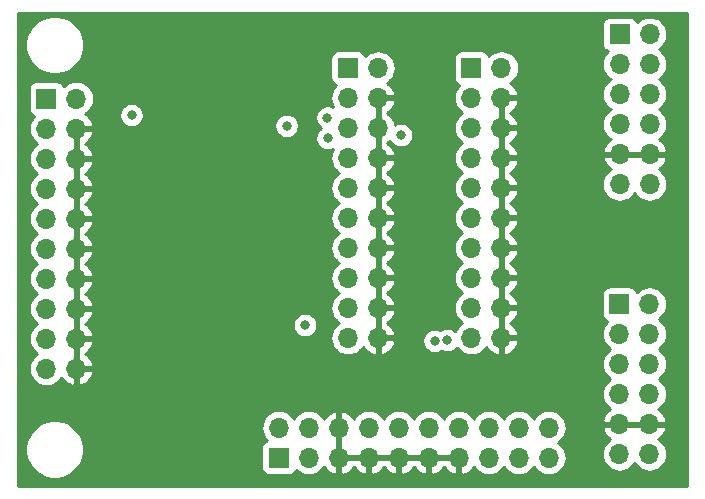
<source format=gbr>
G04 #@! TF.GenerationSoftware,KiCad,Pcbnew,(5.1.0-165-g615c49315)*
G04 #@! TF.CreationDate,2019-04-12T15:14:10+02:00*
G04 #@! TF.ProjectId,JTAGMux_1.0,4a544147-4d75-4785-9f31-2e302e6b6963,rev?*
G04 #@! TF.SameCoordinates,Original*
G04 #@! TF.FileFunction,Copper,L3,Inr*
G04 #@! TF.FilePolarity,Positive*
%FSLAX46Y46*%
G04 Gerber Fmt 4.6, Leading zero omitted, Abs format (unit mm)*
G04 Created by KiCad (PCBNEW (5.1.0-165-g615c49315)) date 2019-04-12 15:14:10*
%MOMM*%
%LPD*%
G04 APERTURE LIST*
%ADD10O,1.700000X1.700000*%
%ADD11R,1.700000X1.700000*%
%ADD12C,0.800000*%
%ADD13C,0.254000*%
G04 APERTURE END LIST*
D10*
X104170000Y-146590000D03*
X101630000Y-146590000D03*
X104170000Y-144050000D03*
X101630000Y-144050000D03*
X104170000Y-141510000D03*
X101630000Y-141510000D03*
X104170000Y-138970000D03*
X101630000Y-138970000D03*
X104170000Y-136430000D03*
X101630000Y-136430000D03*
X104170000Y-133890000D03*
D11*
X101630000Y-133890000D03*
D10*
X104200000Y-123740000D03*
X101660000Y-123740000D03*
X104200000Y-121200000D03*
X101660000Y-121200000D03*
X104200000Y-118660000D03*
X101660000Y-118660000D03*
X104200000Y-116120000D03*
X101660000Y-116120000D03*
X104200000Y-113580000D03*
X101660000Y-113580000D03*
X104200000Y-111040000D03*
D11*
X101660000Y-111040000D03*
D10*
X55640000Y-139350000D03*
X53100000Y-139350000D03*
X55640000Y-136810000D03*
X53100000Y-136810000D03*
X55640000Y-134270000D03*
X53100000Y-134270000D03*
X55640000Y-131730000D03*
X53100000Y-131730000D03*
X55640000Y-129190000D03*
X53100000Y-129190000D03*
X55640000Y-126650000D03*
X53100000Y-126650000D03*
X55640000Y-124110000D03*
X53100000Y-124110000D03*
X55640000Y-121570000D03*
X53100000Y-121570000D03*
X55640000Y-119030000D03*
X53100000Y-119030000D03*
X55640000Y-116490000D03*
D11*
X53100000Y-116490000D03*
D10*
X81190000Y-136760000D03*
X78650000Y-136760000D03*
X81190000Y-134220000D03*
X78650000Y-134220000D03*
X81190000Y-131680000D03*
X78650000Y-131680000D03*
X81190000Y-129140000D03*
X78650000Y-129140000D03*
X81190000Y-126600000D03*
X78650000Y-126600000D03*
X81190000Y-124060000D03*
X78650000Y-124060000D03*
X81190000Y-121520000D03*
X78650000Y-121520000D03*
X81190000Y-118980000D03*
X78650000Y-118980000D03*
X81190000Y-116440000D03*
X78650000Y-116440000D03*
X81190000Y-113900000D03*
D11*
X78650000Y-113900000D03*
D10*
X91640000Y-136760000D03*
X89100000Y-136760000D03*
X91640000Y-134220000D03*
X89100000Y-134220000D03*
X91640000Y-131680000D03*
X89100000Y-131680000D03*
X91640000Y-129140000D03*
X89100000Y-129140000D03*
X91640000Y-126600000D03*
X89100000Y-126600000D03*
X91640000Y-124060000D03*
X89100000Y-124060000D03*
X91640000Y-121520000D03*
X89100000Y-121520000D03*
X91640000Y-118980000D03*
X89100000Y-118980000D03*
X91640000Y-116440000D03*
X89100000Y-116440000D03*
X91640000Y-113900000D03*
D11*
X89100000Y-113900000D03*
D10*
X95660000Y-144360000D03*
X95660000Y-146900000D03*
X93120000Y-144360000D03*
X93120000Y-146900000D03*
X90580000Y-144360000D03*
X90580000Y-146900000D03*
X88040000Y-144360000D03*
X88040000Y-146900000D03*
X85500000Y-144360000D03*
X85500000Y-146900000D03*
X82960000Y-144360000D03*
X82960000Y-146900000D03*
X80420000Y-144360000D03*
X80420000Y-146900000D03*
X77880000Y-144360000D03*
X77880000Y-146900000D03*
X75340000Y-144360000D03*
X75340000Y-146900000D03*
X72800000Y-144360000D03*
D11*
X72800000Y-146900000D03*
D12*
X60260000Y-129580000D03*
X69988500Y-122772500D03*
X59574500Y-122682500D03*
X61720500Y-140375000D03*
X61657000Y-142978500D03*
X64260500Y-142978500D03*
X66864000Y-142978500D03*
X65975000Y-140375000D03*
X69467500Y-142978500D03*
X69531000Y-140375000D03*
X85977500Y-111075000D03*
X96010500Y-110911000D03*
X69988200Y-129757800D03*
X75024998Y-135676000D03*
X73459931Y-118800794D03*
X85977500Y-137009500D03*
X87057000Y-136946000D03*
X76923535Y-119845732D03*
X83132700Y-119584000D03*
X76897000Y-118111900D03*
X60323500Y-117896000D03*
D13*
G36*
X107365000Y-149265000D02*
G01*
X50735000Y-149265000D01*
X50735000Y-145959549D01*
X51323400Y-145959549D01*
X51323400Y-146449051D01*
X51418897Y-146929148D01*
X51606221Y-147381389D01*
X51878174Y-147788395D01*
X52224305Y-148134526D01*
X52631311Y-148406479D01*
X53083552Y-148593803D01*
X53563649Y-148689300D01*
X54053151Y-148689300D01*
X54533248Y-148593803D01*
X54985489Y-148406479D01*
X55392495Y-148134526D01*
X55738626Y-147788395D01*
X56010579Y-147381389D01*
X56197903Y-146929148D01*
X56293400Y-146449051D01*
X56293400Y-145959549D01*
X56197903Y-145479452D01*
X56010579Y-145027211D01*
X55738626Y-144620205D01*
X55478421Y-144360000D01*
X71307815Y-144360000D01*
X71336487Y-144651111D01*
X71421401Y-144931034D01*
X71559294Y-145189014D01*
X71744866Y-145415134D01*
X71774687Y-145439607D01*
X71705820Y-145460498D01*
X71595506Y-145519463D01*
X71498815Y-145598815D01*
X71419463Y-145695506D01*
X71360498Y-145805820D01*
X71324188Y-145925518D01*
X71311928Y-146050000D01*
X71311928Y-147750000D01*
X71324188Y-147874482D01*
X71360498Y-147994180D01*
X71419463Y-148104494D01*
X71498815Y-148201185D01*
X71595506Y-148280537D01*
X71705820Y-148339502D01*
X71825518Y-148375812D01*
X71950000Y-148388072D01*
X73650000Y-148388072D01*
X73774482Y-148375812D01*
X73894180Y-148339502D01*
X74004494Y-148280537D01*
X74101185Y-148201185D01*
X74180537Y-148104494D01*
X74239502Y-147994180D01*
X74260393Y-147925313D01*
X74284866Y-147955134D01*
X74510986Y-148140706D01*
X74768966Y-148278599D01*
X75048889Y-148363513D01*
X75267050Y-148385000D01*
X75412950Y-148385000D01*
X75631111Y-148363513D01*
X75911034Y-148278599D01*
X76169014Y-148140706D01*
X76395134Y-147955134D01*
X76580706Y-147729014D01*
X76615201Y-147664477D01*
X76684822Y-147781355D01*
X76879731Y-147997588D01*
X77113080Y-148171641D01*
X77375901Y-148296825D01*
X77523110Y-148341476D01*
X77753000Y-148220155D01*
X77753000Y-147027000D01*
X78007000Y-147027000D01*
X78007000Y-148220155D01*
X78236890Y-148341476D01*
X78384099Y-148296825D01*
X78646920Y-148171641D01*
X78880269Y-147997588D01*
X79075178Y-147781355D01*
X79150000Y-147655745D01*
X79224822Y-147781355D01*
X79419731Y-147997588D01*
X79653080Y-148171641D01*
X79915901Y-148296825D01*
X80063110Y-148341476D01*
X80293000Y-148220155D01*
X80293000Y-147027000D01*
X80547000Y-147027000D01*
X80547000Y-148220155D01*
X80776890Y-148341476D01*
X80924099Y-148296825D01*
X81186920Y-148171641D01*
X81420269Y-147997588D01*
X81615178Y-147781355D01*
X81690000Y-147655745D01*
X81764822Y-147781355D01*
X81959731Y-147997588D01*
X82193080Y-148171641D01*
X82455901Y-148296825D01*
X82603110Y-148341476D01*
X82833000Y-148220155D01*
X82833000Y-147027000D01*
X83087000Y-147027000D01*
X83087000Y-148220155D01*
X83316890Y-148341476D01*
X83464099Y-148296825D01*
X83726920Y-148171641D01*
X83960269Y-147997588D01*
X84155178Y-147781355D01*
X84230000Y-147655745D01*
X84304822Y-147781355D01*
X84499731Y-147997588D01*
X84733080Y-148171641D01*
X84995901Y-148296825D01*
X85143110Y-148341476D01*
X85373000Y-148220155D01*
X85373000Y-147027000D01*
X85627000Y-147027000D01*
X85627000Y-148220155D01*
X85856890Y-148341476D01*
X86004099Y-148296825D01*
X86266920Y-148171641D01*
X86500269Y-147997588D01*
X86695178Y-147781355D01*
X86770000Y-147655745D01*
X86844822Y-147781355D01*
X87039731Y-147997588D01*
X87273080Y-148171641D01*
X87535901Y-148296825D01*
X87683110Y-148341476D01*
X87913000Y-148220155D01*
X87913000Y-147027000D01*
X85627000Y-147027000D01*
X85373000Y-147027000D01*
X83087000Y-147027000D01*
X82833000Y-147027000D01*
X80547000Y-147027000D01*
X80293000Y-147027000D01*
X78007000Y-147027000D01*
X77753000Y-147027000D01*
X77733000Y-147027000D01*
X77733000Y-146773000D01*
X77753000Y-146773000D01*
X77753000Y-144487000D01*
X77733000Y-144487000D01*
X77733000Y-144233000D01*
X77753000Y-144233000D01*
X77753000Y-143039845D01*
X78007000Y-143039845D01*
X78007000Y-144233000D01*
X78027000Y-144233000D01*
X78027000Y-144487000D01*
X78007000Y-144487000D01*
X78007000Y-146773000D01*
X80293000Y-146773000D01*
X80293000Y-146753000D01*
X80547000Y-146753000D01*
X80547000Y-146773000D01*
X82833000Y-146773000D01*
X82833000Y-146753000D01*
X83087000Y-146753000D01*
X83087000Y-146773000D01*
X85373000Y-146773000D01*
X85373000Y-146753000D01*
X85627000Y-146753000D01*
X85627000Y-146773000D01*
X87913000Y-146773000D01*
X87913000Y-146753000D01*
X88167000Y-146753000D01*
X88167000Y-146773000D01*
X88187000Y-146773000D01*
X88187000Y-147027000D01*
X88167000Y-147027000D01*
X88167000Y-148220155D01*
X88396890Y-148341476D01*
X88544099Y-148296825D01*
X88806920Y-148171641D01*
X89040269Y-147997588D01*
X89235178Y-147781355D01*
X89304799Y-147664477D01*
X89339294Y-147729014D01*
X89524866Y-147955134D01*
X89750986Y-148140706D01*
X90008966Y-148278599D01*
X90288889Y-148363513D01*
X90507050Y-148385000D01*
X90652950Y-148385000D01*
X90871111Y-148363513D01*
X91151034Y-148278599D01*
X91409014Y-148140706D01*
X91635134Y-147955134D01*
X91820706Y-147729014D01*
X91850000Y-147674209D01*
X91879294Y-147729014D01*
X92064866Y-147955134D01*
X92290986Y-148140706D01*
X92548966Y-148278599D01*
X92828889Y-148363513D01*
X93047050Y-148385000D01*
X93192950Y-148385000D01*
X93411111Y-148363513D01*
X93691034Y-148278599D01*
X93949014Y-148140706D01*
X94175134Y-147955134D01*
X94360706Y-147729014D01*
X94390000Y-147674209D01*
X94419294Y-147729014D01*
X94604866Y-147955134D01*
X94830986Y-148140706D01*
X95088966Y-148278599D01*
X95368889Y-148363513D01*
X95587050Y-148385000D01*
X95732950Y-148385000D01*
X95951111Y-148363513D01*
X96231034Y-148278599D01*
X96489014Y-148140706D01*
X96715134Y-147955134D01*
X96900706Y-147729014D01*
X97038599Y-147471034D01*
X97123513Y-147191111D01*
X97152185Y-146900000D01*
X97123513Y-146608889D01*
X97117784Y-146590000D01*
X100137815Y-146590000D01*
X100166487Y-146881111D01*
X100251401Y-147161034D01*
X100389294Y-147419014D01*
X100574866Y-147645134D01*
X100800986Y-147830706D01*
X101058966Y-147968599D01*
X101338889Y-148053513D01*
X101557050Y-148075000D01*
X101702950Y-148075000D01*
X101921111Y-148053513D01*
X102201034Y-147968599D01*
X102459014Y-147830706D01*
X102685134Y-147645134D01*
X102870706Y-147419014D01*
X102900000Y-147364209D01*
X102929294Y-147419014D01*
X103114866Y-147645134D01*
X103340986Y-147830706D01*
X103598966Y-147968599D01*
X103878889Y-148053513D01*
X104097050Y-148075000D01*
X104242950Y-148075000D01*
X104461111Y-148053513D01*
X104741034Y-147968599D01*
X104999014Y-147830706D01*
X105225134Y-147645134D01*
X105410706Y-147419014D01*
X105548599Y-147161034D01*
X105633513Y-146881111D01*
X105662185Y-146590000D01*
X105633513Y-146298889D01*
X105548599Y-146018966D01*
X105410706Y-145760986D01*
X105225134Y-145534866D01*
X104999014Y-145349294D01*
X104934477Y-145314799D01*
X105051355Y-145245178D01*
X105267588Y-145050269D01*
X105441641Y-144816920D01*
X105566825Y-144554099D01*
X105611476Y-144406890D01*
X105490155Y-144177000D01*
X104297000Y-144177000D01*
X104297000Y-144197000D01*
X104043000Y-144197000D01*
X104043000Y-144177000D01*
X101757000Y-144177000D01*
X101757000Y-144197000D01*
X101503000Y-144197000D01*
X101503000Y-144177000D01*
X100309845Y-144177000D01*
X100188524Y-144406890D01*
X100233175Y-144554099D01*
X100358359Y-144816920D01*
X100532412Y-145050269D01*
X100748645Y-145245178D01*
X100865523Y-145314799D01*
X100800986Y-145349294D01*
X100574866Y-145534866D01*
X100389294Y-145760986D01*
X100251401Y-146018966D01*
X100166487Y-146298889D01*
X100137815Y-146590000D01*
X97117784Y-146590000D01*
X97038599Y-146328966D01*
X96900706Y-146070986D01*
X96715134Y-145844866D01*
X96489014Y-145659294D01*
X96434209Y-145630000D01*
X96489014Y-145600706D01*
X96715134Y-145415134D01*
X96900706Y-145189014D01*
X97038599Y-144931034D01*
X97123513Y-144651111D01*
X97152185Y-144360000D01*
X97123513Y-144068889D01*
X97038599Y-143788966D01*
X96900706Y-143530986D01*
X96715134Y-143304866D01*
X96489014Y-143119294D01*
X96231034Y-142981401D01*
X95951111Y-142896487D01*
X95732950Y-142875000D01*
X95587050Y-142875000D01*
X95368889Y-142896487D01*
X95088966Y-142981401D01*
X94830986Y-143119294D01*
X94604866Y-143304866D01*
X94419294Y-143530986D01*
X94390000Y-143585791D01*
X94360706Y-143530986D01*
X94175134Y-143304866D01*
X93949014Y-143119294D01*
X93691034Y-142981401D01*
X93411111Y-142896487D01*
X93192950Y-142875000D01*
X93047050Y-142875000D01*
X92828889Y-142896487D01*
X92548966Y-142981401D01*
X92290986Y-143119294D01*
X92064866Y-143304866D01*
X91879294Y-143530986D01*
X91850000Y-143585791D01*
X91820706Y-143530986D01*
X91635134Y-143304866D01*
X91409014Y-143119294D01*
X91151034Y-142981401D01*
X90871111Y-142896487D01*
X90652950Y-142875000D01*
X90507050Y-142875000D01*
X90288889Y-142896487D01*
X90008966Y-142981401D01*
X89750986Y-143119294D01*
X89524866Y-143304866D01*
X89339294Y-143530986D01*
X89310000Y-143585791D01*
X89280706Y-143530986D01*
X89095134Y-143304866D01*
X88869014Y-143119294D01*
X88611034Y-142981401D01*
X88331111Y-142896487D01*
X88112950Y-142875000D01*
X87967050Y-142875000D01*
X87748889Y-142896487D01*
X87468966Y-142981401D01*
X87210986Y-143119294D01*
X86984866Y-143304866D01*
X86799294Y-143530986D01*
X86770000Y-143585791D01*
X86740706Y-143530986D01*
X86555134Y-143304866D01*
X86329014Y-143119294D01*
X86071034Y-142981401D01*
X85791111Y-142896487D01*
X85572950Y-142875000D01*
X85427050Y-142875000D01*
X85208889Y-142896487D01*
X84928966Y-142981401D01*
X84670986Y-143119294D01*
X84444866Y-143304866D01*
X84259294Y-143530986D01*
X84230000Y-143585791D01*
X84200706Y-143530986D01*
X84015134Y-143304866D01*
X83789014Y-143119294D01*
X83531034Y-142981401D01*
X83251111Y-142896487D01*
X83032950Y-142875000D01*
X82887050Y-142875000D01*
X82668889Y-142896487D01*
X82388966Y-142981401D01*
X82130986Y-143119294D01*
X81904866Y-143304866D01*
X81719294Y-143530986D01*
X81690000Y-143585791D01*
X81660706Y-143530986D01*
X81475134Y-143304866D01*
X81249014Y-143119294D01*
X80991034Y-142981401D01*
X80711111Y-142896487D01*
X80492950Y-142875000D01*
X80347050Y-142875000D01*
X80128889Y-142896487D01*
X79848966Y-142981401D01*
X79590986Y-143119294D01*
X79364866Y-143304866D01*
X79179294Y-143530986D01*
X79144799Y-143595523D01*
X79075178Y-143478645D01*
X78880269Y-143262412D01*
X78646920Y-143088359D01*
X78384099Y-142963175D01*
X78236890Y-142918524D01*
X78007000Y-143039845D01*
X77753000Y-143039845D01*
X77523110Y-142918524D01*
X77375901Y-142963175D01*
X77113080Y-143088359D01*
X76879731Y-143262412D01*
X76684822Y-143478645D01*
X76615201Y-143595523D01*
X76580706Y-143530986D01*
X76395134Y-143304866D01*
X76169014Y-143119294D01*
X75911034Y-142981401D01*
X75631111Y-142896487D01*
X75412950Y-142875000D01*
X75267050Y-142875000D01*
X75048889Y-142896487D01*
X74768966Y-142981401D01*
X74510986Y-143119294D01*
X74284866Y-143304866D01*
X74099294Y-143530986D01*
X74070000Y-143585791D01*
X74040706Y-143530986D01*
X73855134Y-143304866D01*
X73629014Y-143119294D01*
X73371034Y-142981401D01*
X73091111Y-142896487D01*
X72872950Y-142875000D01*
X72727050Y-142875000D01*
X72508889Y-142896487D01*
X72228966Y-142981401D01*
X71970986Y-143119294D01*
X71744866Y-143304866D01*
X71559294Y-143530986D01*
X71421401Y-143788966D01*
X71336487Y-144068889D01*
X71307815Y-144360000D01*
X55478421Y-144360000D01*
X55392495Y-144274074D01*
X54985489Y-144002121D01*
X54533248Y-143814797D01*
X54053151Y-143719300D01*
X53563649Y-143719300D01*
X53083552Y-143814797D01*
X52631311Y-144002121D01*
X52224305Y-144274074D01*
X51878174Y-144620205D01*
X51606221Y-145027211D01*
X51418897Y-145479452D01*
X51323400Y-145959549D01*
X50735000Y-145959549D01*
X50735000Y-119030000D01*
X51607815Y-119030000D01*
X51636487Y-119321111D01*
X51721401Y-119601034D01*
X51859294Y-119859014D01*
X52044866Y-120085134D01*
X52270986Y-120270706D01*
X52325791Y-120300000D01*
X52270986Y-120329294D01*
X52044866Y-120514866D01*
X51859294Y-120740986D01*
X51721401Y-120998966D01*
X51636487Y-121278889D01*
X51607815Y-121570000D01*
X51636487Y-121861111D01*
X51721401Y-122141034D01*
X51859294Y-122399014D01*
X52044866Y-122625134D01*
X52270986Y-122810706D01*
X52325791Y-122840000D01*
X52270986Y-122869294D01*
X52044866Y-123054866D01*
X51859294Y-123280986D01*
X51721401Y-123538966D01*
X51636487Y-123818889D01*
X51607815Y-124110000D01*
X51636487Y-124401111D01*
X51721401Y-124681034D01*
X51859294Y-124939014D01*
X52044866Y-125165134D01*
X52270986Y-125350706D01*
X52325791Y-125380000D01*
X52270986Y-125409294D01*
X52044866Y-125594866D01*
X51859294Y-125820986D01*
X51721401Y-126078966D01*
X51636487Y-126358889D01*
X51607815Y-126650000D01*
X51636487Y-126941111D01*
X51721401Y-127221034D01*
X51859294Y-127479014D01*
X52044866Y-127705134D01*
X52270986Y-127890706D01*
X52325791Y-127920000D01*
X52270986Y-127949294D01*
X52044866Y-128134866D01*
X51859294Y-128360986D01*
X51721401Y-128618966D01*
X51636487Y-128898889D01*
X51607815Y-129190000D01*
X51636487Y-129481111D01*
X51721401Y-129761034D01*
X51859294Y-130019014D01*
X52044866Y-130245134D01*
X52270986Y-130430706D01*
X52325791Y-130460000D01*
X52270986Y-130489294D01*
X52044866Y-130674866D01*
X51859294Y-130900986D01*
X51721401Y-131158966D01*
X51636487Y-131438889D01*
X51607815Y-131730000D01*
X51636487Y-132021111D01*
X51721401Y-132301034D01*
X51859294Y-132559014D01*
X52044866Y-132785134D01*
X52270986Y-132970706D01*
X52325791Y-133000000D01*
X52270986Y-133029294D01*
X52044866Y-133214866D01*
X51859294Y-133440986D01*
X51721401Y-133698966D01*
X51636487Y-133978889D01*
X51607815Y-134270000D01*
X51636487Y-134561111D01*
X51721401Y-134841034D01*
X51859294Y-135099014D01*
X52044866Y-135325134D01*
X52270986Y-135510706D01*
X52325791Y-135540000D01*
X52270986Y-135569294D01*
X52044866Y-135754866D01*
X51859294Y-135980986D01*
X51721401Y-136238966D01*
X51636487Y-136518889D01*
X51607815Y-136810000D01*
X51636487Y-137101111D01*
X51721401Y-137381034D01*
X51859294Y-137639014D01*
X52044866Y-137865134D01*
X52270986Y-138050706D01*
X52325791Y-138080000D01*
X52270986Y-138109294D01*
X52044866Y-138294866D01*
X51859294Y-138520986D01*
X51721401Y-138778966D01*
X51636487Y-139058889D01*
X51607815Y-139350000D01*
X51636487Y-139641111D01*
X51721401Y-139921034D01*
X51859294Y-140179014D01*
X52044866Y-140405134D01*
X52270986Y-140590706D01*
X52528966Y-140728599D01*
X52808889Y-140813513D01*
X53027050Y-140835000D01*
X53172950Y-140835000D01*
X53391111Y-140813513D01*
X53671034Y-140728599D01*
X53929014Y-140590706D01*
X54155134Y-140405134D01*
X54340706Y-140179014D01*
X54371584Y-140121244D01*
X54542412Y-140350269D01*
X54758645Y-140545178D01*
X55008748Y-140694157D01*
X55283109Y-140791481D01*
X55513000Y-140670814D01*
X55513000Y-139477000D01*
X55767000Y-139477000D01*
X55767000Y-140670814D01*
X55996891Y-140791481D01*
X56271252Y-140694157D01*
X56521355Y-140545178D01*
X56737588Y-140350269D01*
X56911641Y-140116920D01*
X57036825Y-139854099D01*
X57081476Y-139706890D01*
X56960155Y-139477000D01*
X55767000Y-139477000D01*
X55513000Y-139477000D01*
X55493000Y-139477000D01*
X55493000Y-139223000D01*
X55513000Y-139223000D01*
X55513000Y-136937000D01*
X55767000Y-136937000D01*
X55767000Y-139223000D01*
X56960155Y-139223000D01*
X57081476Y-138993110D01*
X57036825Y-138845901D01*
X56911641Y-138583080D01*
X56737588Y-138349731D01*
X56521355Y-138154822D01*
X56395745Y-138080000D01*
X56521355Y-138005178D01*
X56737588Y-137810269D01*
X56911641Y-137576920D01*
X57036825Y-137314099D01*
X57081476Y-137166890D01*
X56960155Y-136937000D01*
X55767000Y-136937000D01*
X55513000Y-136937000D01*
X55493000Y-136937000D01*
X55493000Y-136683000D01*
X55513000Y-136683000D01*
X55513000Y-134397000D01*
X55767000Y-134397000D01*
X55767000Y-136683000D01*
X56960155Y-136683000D01*
X57081476Y-136453110D01*
X57036825Y-136305901D01*
X56911641Y-136043080D01*
X56737588Y-135809731D01*
X56521355Y-135614822D01*
X56452927Y-135574061D01*
X73989998Y-135574061D01*
X73989998Y-135777939D01*
X74029772Y-135977898D01*
X74107793Y-136166256D01*
X74221061Y-136335774D01*
X74365224Y-136479937D01*
X74534742Y-136593205D01*
X74723100Y-136671226D01*
X74923059Y-136711000D01*
X75126937Y-136711000D01*
X75326896Y-136671226D01*
X75515254Y-136593205D01*
X75684772Y-136479937D01*
X75828935Y-136335774D01*
X75942203Y-136166256D01*
X76020224Y-135977898D01*
X76059998Y-135777939D01*
X76059998Y-135574061D01*
X76020224Y-135374102D01*
X75942203Y-135185744D01*
X75828935Y-135016226D01*
X75684772Y-134872063D01*
X75515254Y-134758795D01*
X75326896Y-134680774D01*
X75126937Y-134641000D01*
X74923059Y-134641000D01*
X74723100Y-134680774D01*
X74534742Y-134758795D01*
X74365224Y-134872063D01*
X74221061Y-135016226D01*
X74107793Y-135185744D01*
X74029772Y-135374102D01*
X73989998Y-135574061D01*
X56452927Y-135574061D01*
X56395745Y-135540000D01*
X56521355Y-135465178D01*
X56737588Y-135270269D01*
X56911641Y-135036920D01*
X57036825Y-134774099D01*
X57081476Y-134626890D01*
X56960155Y-134397000D01*
X55767000Y-134397000D01*
X55513000Y-134397000D01*
X55493000Y-134397000D01*
X55493000Y-134143000D01*
X55513000Y-134143000D01*
X55513000Y-131857000D01*
X55767000Y-131857000D01*
X55767000Y-134143000D01*
X56960155Y-134143000D01*
X57081476Y-133913110D01*
X57036825Y-133765901D01*
X56911641Y-133503080D01*
X56737588Y-133269731D01*
X56521355Y-133074822D01*
X56395745Y-133000000D01*
X56521355Y-132925178D01*
X56737588Y-132730269D01*
X56911641Y-132496920D01*
X57036825Y-132234099D01*
X57081476Y-132086890D01*
X56960155Y-131857000D01*
X55767000Y-131857000D01*
X55513000Y-131857000D01*
X55493000Y-131857000D01*
X55493000Y-131603000D01*
X55513000Y-131603000D01*
X55513000Y-129317000D01*
X55767000Y-129317000D01*
X55767000Y-131603000D01*
X56960155Y-131603000D01*
X57081476Y-131373110D01*
X57036825Y-131225901D01*
X56911641Y-130963080D01*
X56737588Y-130729731D01*
X56521355Y-130534822D01*
X56395745Y-130460000D01*
X56521355Y-130385178D01*
X56737588Y-130190269D01*
X56911641Y-129956920D01*
X57036825Y-129694099D01*
X57081476Y-129546890D01*
X56960155Y-129317000D01*
X55767000Y-129317000D01*
X55513000Y-129317000D01*
X55493000Y-129317000D01*
X55493000Y-129063000D01*
X55513000Y-129063000D01*
X55513000Y-126777000D01*
X55767000Y-126777000D01*
X55767000Y-129063000D01*
X56960155Y-129063000D01*
X57081476Y-128833110D01*
X57036825Y-128685901D01*
X56911641Y-128423080D01*
X56737588Y-128189731D01*
X56521355Y-127994822D01*
X56395745Y-127920000D01*
X56521355Y-127845178D01*
X56737588Y-127650269D01*
X56911641Y-127416920D01*
X57036825Y-127154099D01*
X57081476Y-127006890D01*
X56960155Y-126777000D01*
X55767000Y-126777000D01*
X55513000Y-126777000D01*
X55493000Y-126777000D01*
X55493000Y-126523000D01*
X55513000Y-126523000D01*
X55513000Y-124237000D01*
X55767000Y-124237000D01*
X55767000Y-126523000D01*
X56960155Y-126523000D01*
X57081476Y-126293110D01*
X57036825Y-126145901D01*
X56911641Y-125883080D01*
X56737588Y-125649731D01*
X56521355Y-125454822D01*
X56395745Y-125380000D01*
X56521355Y-125305178D01*
X56737588Y-125110269D01*
X56911641Y-124876920D01*
X57036825Y-124614099D01*
X57081476Y-124466890D01*
X56960155Y-124237000D01*
X55767000Y-124237000D01*
X55513000Y-124237000D01*
X55493000Y-124237000D01*
X55493000Y-123983000D01*
X55513000Y-123983000D01*
X55513000Y-121697000D01*
X55767000Y-121697000D01*
X55767000Y-123983000D01*
X56960155Y-123983000D01*
X57081476Y-123753110D01*
X57036825Y-123605901D01*
X56911641Y-123343080D01*
X56737588Y-123109731D01*
X56521355Y-122914822D01*
X56395745Y-122840000D01*
X56521355Y-122765178D01*
X56737588Y-122570269D01*
X56911641Y-122336920D01*
X57036825Y-122074099D01*
X57081476Y-121926890D01*
X56960155Y-121697000D01*
X55767000Y-121697000D01*
X55513000Y-121697000D01*
X55493000Y-121697000D01*
X55493000Y-121443000D01*
X55513000Y-121443000D01*
X55513000Y-119157000D01*
X55767000Y-119157000D01*
X55767000Y-121443000D01*
X56960155Y-121443000D01*
X57081476Y-121213110D01*
X57036825Y-121065901D01*
X56911641Y-120803080D01*
X56737588Y-120569731D01*
X56521355Y-120374822D01*
X56395745Y-120300000D01*
X56521355Y-120225178D01*
X56737588Y-120030269D01*
X56911641Y-119796920D01*
X57036825Y-119534099D01*
X57081476Y-119386890D01*
X56960155Y-119157000D01*
X55767000Y-119157000D01*
X55513000Y-119157000D01*
X55493000Y-119157000D01*
X55493000Y-118903000D01*
X55513000Y-118903000D01*
X55513000Y-118883000D01*
X55767000Y-118883000D01*
X55767000Y-118903000D01*
X56960155Y-118903000D01*
X57081476Y-118673110D01*
X57036825Y-118525901D01*
X56911641Y-118263080D01*
X56737588Y-118029731D01*
X56521355Y-117834822D01*
X56452927Y-117794061D01*
X59288500Y-117794061D01*
X59288500Y-117997939D01*
X59328274Y-118197898D01*
X59406295Y-118386256D01*
X59519563Y-118555774D01*
X59663726Y-118699937D01*
X59833244Y-118813205D01*
X60021602Y-118891226D01*
X60221561Y-118931000D01*
X60425439Y-118931000D01*
X60625398Y-118891226D01*
X60813756Y-118813205D01*
X60983274Y-118699937D01*
X60984356Y-118698855D01*
X72424931Y-118698855D01*
X72424931Y-118902733D01*
X72464705Y-119102692D01*
X72542726Y-119291050D01*
X72655994Y-119460568D01*
X72800157Y-119604731D01*
X72969675Y-119717999D01*
X73158033Y-119796020D01*
X73357992Y-119835794D01*
X73561870Y-119835794D01*
X73761829Y-119796020D01*
X73950187Y-119717999D01*
X74119705Y-119604731D01*
X74263868Y-119460568D01*
X74377136Y-119291050D01*
X74455157Y-119102692D01*
X74494931Y-118902733D01*
X74494931Y-118698855D01*
X74455157Y-118498896D01*
X74377136Y-118310538D01*
X74263868Y-118141020D01*
X74132809Y-118009961D01*
X75862000Y-118009961D01*
X75862000Y-118213839D01*
X75901774Y-118413798D01*
X75979795Y-118602156D01*
X76093063Y-118771674D01*
X76237226Y-118915837D01*
X76344748Y-118987681D01*
X76263761Y-119041795D01*
X76119598Y-119185958D01*
X76006330Y-119355476D01*
X75928309Y-119543834D01*
X75888535Y-119743793D01*
X75888535Y-119947671D01*
X75928309Y-120147630D01*
X76006330Y-120335988D01*
X76119598Y-120505506D01*
X76263761Y-120649669D01*
X76433279Y-120762937D01*
X76621637Y-120840958D01*
X76821596Y-120880732D01*
X77025474Y-120880732D01*
X77225433Y-120840958D01*
X77358621Y-120785790D01*
X77271401Y-120948966D01*
X77186487Y-121228889D01*
X77157815Y-121520000D01*
X77186487Y-121811111D01*
X77271401Y-122091034D01*
X77409294Y-122349014D01*
X77594866Y-122575134D01*
X77820986Y-122760706D01*
X77875791Y-122790000D01*
X77820986Y-122819294D01*
X77594866Y-123004866D01*
X77409294Y-123230986D01*
X77271401Y-123488966D01*
X77186487Y-123768889D01*
X77157815Y-124060000D01*
X77186487Y-124351111D01*
X77271401Y-124631034D01*
X77409294Y-124889014D01*
X77594866Y-125115134D01*
X77820986Y-125300706D01*
X77875791Y-125330000D01*
X77820986Y-125359294D01*
X77594866Y-125544866D01*
X77409294Y-125770986D01*
X77271401Y-126028966D01*
X77186487Y-126308889D01*
X77157815Y-126600000D01*
X77186487Y-126891111D01*
X77271401Y-127171034D01*
X77409294Y-127429014D01*
X77594866Y-127655134D01*
X77820986Y-127840706D01*
X77875791Y-127870000D01*
X77820986Y-127899294D01*
X77594866Y-128084866D01*
X77409294Y-128310986D01*
X77271401Y-128568966D01*
X77186487Y-128848889D01*
X77157815Y-129140000D01*
X77186487Y-129431111D01*
X77271401Y-129711034D01*
X77409294Y-129969014D01*
X77594866Y-130195134D01*
X77820986Y-130380706D01*
X77875791Y-130410000D01*
X77820986Y-130439294D01*
X77594866Y-130624866D01*
X77409294Y-130850986D01*
X77271401Y-131108966D01*
X77186487Y-131388889D01*
X77157815Y-131680000D01*
X77186487Y-131971111D01*
X77271401Y-132251034D01*
X77409294Y-132509014D01*
X77594866Y-132735134D01*
X77820986Y-132920706D01*
X77875791Y-132950000D01*
X77820986Y-132979294D01*
X77594866Y-133164866D01*
X77409294Y-133390986D01*
X77271401Y-133648966D01*
X77186487Y-133928889D01*
X77157815Y-134220000D01*
X77186487Y-134511111D01*
X77271401Y-134791034D01*
X77409294Y-135049014D01*
X77594866Y-135275134D01*
X77820986Y-135460706D01*
X77875791Y-135490000D01*
X77820986Y-135519294D01*
X77594866Y-135704866D01*
X77409294Y-135930986D01*
X77271401Y-136188966D01*
X77186487Y-136468889D01*
X77157815Y-136760000D01*
X77186487Y-137051111D01*
X77271401Y-137331034D01*
X77409294Y-137589014D01*
X77594866Y-137815134D01*
X77820986Y-138000706D01*
X78078966Y-138138599D01*
X78358889Y-138223513D01*
X78577050Y-138245000D01*
X78722950Y-138245000D01*
X78941111Y-138223513D01*
X79221034Y-138138599D01*
X79479014Y-138000706D01*
X79705134Y-137815134D01*
X79890706Y-137589014D01*
X79921584Y-137531244D01*
X80092412Y-137760269D01*
X80308645Y-137955178D01*
X80558748Y-138104157D01*
X80833109Y-138201481D01*
X81063000Y-138080814D01*
X81063000Y-136887000D01*
X81317000Y-136887000D01*
X81317000Y-138080814D01*
X81546891Y-138201481D01*
X81821252Y-138104157D01*
X82071355Y-137955178D01*
X82287588Y-137760269D01*
X82461641Y-137526920D01*
X82586825Y-137264099D01*
X82631476Y-137116890D01*
X82521006Y-136907561D01*
X84942500Y-136907561D01*
X84942500Y-137111439D01*
X84982274Y-137311398D01*
X85060295Y-137499756D01*
X85173563Y-137669274D01*
X85317726Y-137813437D01*
X85487244Y-137926705D01*
X85675602Y-138004726D01*
X85875561Y-138044500D01*
X86079439Y-138044500D01*
X86279398Y-138004726D01*
X86467756Y-137926705D01*
X86564767Y-137861884D01*
X86566744Y-137863205D01*
X86755102Y-137941226D01*
X86955061Y-137981000D01*
X87158939Y-137981000D01*
X87358898Y-137941226D01*
X87547256Y-137863205D01*
X87716774Y-137749937D01*
X87860937Y-137605774D01*
X87866373Y-137597639D01*
X88044866Y-137815134D01*
X88270986Y-138000706D01*
X88528966Y-138138599D01*
X88808889Y-138223513D01*
X89027050Y-138245000D01*
X89172950Y-138245000D01*
X89391111Y-138223513D01*
X89671034Y-138138599D01*
X89929014Y-138000706D01*
X90155134Y-137815134D01*
X90340706Y-137589014D01*
X90371584Y-137531244D01*
X90542412Y-137760269D01*
X90758645Y-137955178D01*
X91008748Y-138104157D01*
X91283109Y-138201481D01*
X91513000Y-138080814D01*
X91513000Y-136887000D01*
X91767000Y-136887000D01*
X91767000Y-138080814D01*
X91996891Y-138201481D01*
X92271252Y-138104157D01*
X92521355Y-137955178D01*
X92737588Y-137760269D01*
X92911641Y-137526920D01*
X93036825Y-137264099D01*
X93081476Y-137116890D01*
X92960155Y-136887000D01*
X91767000Y-136887000D01*
X91513000Y-136887000D01*
X91493000Y-136887000D01*
X91493000Y-136633000D01*
X91513000Y-136633000D01*
X91513000Y-134347000D01*
X91767000Y-134347000D01*
X91767000Y-136633000D01*
X92960155Y-136633000D01*
X93067285Y-136430000D01*
X100137815Y-136430000D01*
X100166487Y-136721111D01*
X100251401Y-137001034D01*
X100389294Y-137259014D01*
X100574866Y-137485134D01*
X100800986Y-137670706D01*
X100855791Y-137700000D01*
X100800986Y-137729294D01*
X100574866Y-137914866D01*
X100389294Y-138140986D01*
X100251401Y-138398966D01*
X100166487Y-138678889D01*
X100137815Y-138970000D01*
X100166487Y-139261111D01*
X100251401Y-139541034D01*
X100389294Y-139799014D01*
X100574866Y-140025134D01*
X100800986Y-140210706D01*
X100855791Y-140240000D01*
X100800986Y-140269294D01*
X100574866Y-140454866D01*
X100389294Y-140680986D01*
X100251401Y-140938966D01*
X100166487Y-141218889D01*
X100137815Y-141510000D01*
X100166487Y-141801111D01*
X100251401Y-142081034D01*
X100389294Y-142339014D01*
X100574866Y-142565134D01*
X100800986Y-142750706D01*
X100865523Y-142785201D01*
X100748645Y-142854822D01*
X100532412Y-143049731D01*
X100358359Y-143283080D01*
X100233175Y-143545901D01*
X100188524Y-143693110D01*
X100309845Y-143923000D01*
X101503000Y-143923000D01*
X101503000Y-143903000D01*
X101757000Y-143903000D01*
X101757000Y-143923000D01*
X104043000Y-143923000D01*
X104043000Y-143903000D01*
X104297000Y-143903000D01*
X104297000Y-143923000D01*
X105490155Y-143923000D01*
X105611476Y-143693110D01*
X105566825Y-143545901D01*
X105441641Y-143283080D01*
X105267588Y-143049731D01*
X105051355Y-142854822D01*
X104934477Y-142785201D01*
X104999014Y-142750706D01*
X105225134Y-142565134D01*
X105410706Y-142339014D01*
X105548599Y-142081034D01*
X105633513Y-141801111D01*
X105662185Y-141510000D01*
X105633513Y-141218889D01*
X105548599Y-140938966D01*
X105410706Y-140680986D01*
X105225134Y-140454866D01*
X104999014Y-140269294D01*
X104944209Y-140240000D01*
X104999014Y-140210706D01*
X105225134Y-140025134D01*
X105410706Y-139799014D01*
X105548599Y-139541034D01*
X105633513Y-139261111D01*
X105662185Y-138970000D01*
X105633513Y-138678889D01*
X105548599Y-138398966D01*
X105410706Y-138140986D01*
X105225134Y-137914866D01*
X104999014Y-137729294D01*
X104944209Y-137700000D01*
X104999014Y-137670706D01*
X105225134Y-137485134D01*
X105410706Y-137259014D01*
X105548599Y-137001034D01*
X105633513Y-136721111D01*
X105662185Y-136430000D01*
X105633513Y-136138889D01*
X105548599Y-135858966D01*
X105410706Y-135600986D01*
X105225134Y-135374866D01*
X104999014Y-135189294D01*
X104944209Y-135160000D01*
X104999014Y-135130706D01*
X105225134Y-134945134D01*
X105410706Y-134719014D01*
X105548599Y-134461034D01*
X105633513Y-134181111D01*
X105662185Y-133890000D01*
X105633513Y-133598889D01*
X105548599Y-133318966D01*
X105410706Y-133060986D01*
X105225134Y-132834866D01*
X104999014Y-132649294D01*
X104741034Y-132511401D01*
X104461111Y-132426487D01*
X104242950Y-132405000D01*
X104097050Y-132405000D01*
X103878889Y-132426487D01*
X103598966Y-132511401D01*
X103340986Y-132649294D01*
X103114866Y-132834866D01*
X103090393Y-132864687D01*
X103069502Y-132795820D01*
X103010537Y-132685506D01*
X102931185Y-132588815D01*
X102834494Y-132509463D01*
X102724180Y-132450498D01*
X102604482Y-132414188D01*
X102480000Y-132401928D01*
X100780000Y-132401928D01*
X100655518Y-132414188D01*
X100535820Y-132450498D01*
X100425506Y-132509463D01*
X100328815Y-132588815D01*
X100249463Y-132685506D01*
X100190498Y-132795820D01*
X100154188Y-132915518D01*
X100141928Y-133040000D01*
X100141928Y-134740000D01*
X100154188Y-134864482D01*
X100190498Y-134984180D01*
X100249463Y-135094494D01*
X100328815Y-135191185D01*
X100425506Y-135270537D01*
X100535820Y-135329502D01*
X100604687Y-135350393D01*
X100574866Y-135374866D01*
X100389294Y-135600986D01*
X100251401Y-135858966D01*
X100166487Y-136138889D01*
X100137815Y-136430000D01*
X93067285Y-136430000D01*
X93081476Y-136403110D01*
X93036825Y-136255901D01*
X92911641Y-135993080D01*
X92737588Y-135759731D01*
X92521355Y-135564822D01*
X92395745Y-135490000D01*
X92521355Y-135415178D01*
X92737588Y-135220269D01*
X92911641Y-134986920D01*
X93036825Y-134724099D01*
X93081476Y-134576890D01*
X92960155Y-134347000D01*
X91767000Y-134347000D01*
X91513000Y-134347000D01*
X91493000Y-134347000D01*
X91493000Y-134093000D01*
X91513000Y-134093000D01*
X91513000Y-131807000D01*
X91767000Y-131807000D01*
X91767000Y-134093000D01*
X92960155Y-134093000D01*
X93081476Y-133863110D01*
X93036825Y-133715901D01*
X92911641Y-133453080D01*
X92737588Y-133219731D01*
X92521355Y-133024822D01*
X92395745Y-132950000D01*
X92521355Y-132875178D01*
X92737588Y-132680269D01*
X92911641Y-132446920D01*
X93036825Y-132184099D01*
X93081476Y-132036890D01*
X92960155Y-131807000D01*
X91767000Y-131807000D01*
X91513000Y-131807000D01*
X91493000Y-131807000D01*
X91493000Y-131553000D01*
X91513000Y-131553000D01*
X91513000Y-129267000D01*
X91767000Y-129267000D01*
X91767000Y-131553000D01*
X92960155Y-131553000D01*
X93081476Y-131323110D01*
X93036825Y-131175901D01*
X92911641Y-130913080D01*
X92737588Y-130679731D01*
X92521355Y-130484822D01*
X92395745Y-130410000D01*
X92521355Y-130335178D01*
X92737588Y-130140269D01*
X92911641Y-129906920D01*
X93036825Y-129644099D01*
X93081476Y-129496890D01*
X92960155Y-129267000D01*
X91767000Y-129267000D01*
X91513000Y-129267000D01*
X91493000Y-129267000D01*
X91493000Y-129013000D01*
X91513000Y-129013000D01*
X91513000Y-126727000D01*
X91767000Y-126727000D01*
X91767000Y-129013000D01*
X92960155Y-129013000D01*
X93081476Y-128783110D01*
X93036825Y-128635901D01*
X92911641Y-128373080D01*
X92737588Y-128139731D01*
X92521355Y-127944822D01*
X92395745Y-127870000D01*
X92521355Y-127795178D01*
X92737588Y-127600269D01*
X92911641Y-127366920D01*
X93036825Y-127104099D01*
X93081476Y-126956890D01*
X92960155Y-126727000D01*
X91767000Y-126727000D01*
X91513000Y-126727000D01*
X91493000Y-126727000D01*
X91493000Y-126473000D01*
X91513000Y-126473000D01*
X91513000Y-124187000D01*
X91767000Y-124187000D01*
X91767000Y-126473000D01*
X92960155Y-126473000D01*
X93081476Y-126243110D01*
X93036825Y-126095901D01*
X92911641Y-125833080D01*
X92737588Y-125599731D01*
X92521355Y-125404822D01*
X92395745Y-125330000D01*
X92521355Y-125255178D01*
X92737588Y-125060269D01*
X92911641Y-124826920D01*
X93036825Y-124564099D01*
X93081476Y-124416890D01*
X92960155Y-124187000D01*
X91767000Y-124187000D01*
X91513000Y-124187000D01*
X91493000Y-124187000D01*
X91493000Y-123933000D01*
X91513000Y-123933000D01*
X91513000Y-121647000D01*
X91767000Y-121647000D01*
X91767000Y-123933000D01*
X92960155Y-123933000D01*
X93062007Y-123740000D01*
X100167815Y-123740000D01*
X100196487Y-124031111D01*
X100281401Y-124311034D01*
X100419294Y-124569014D01*
X100604866Y-124795134D01*
X100830986Y-124980706D01*
X101088966Y-125118599D01*
X101368889Y-125203513D01*
X101587050Y-125225000D01*
X101732950Y-125225000D01*
X101951111Y-125203513D01*
X102231034Y-125118599D01*
X102489014Y-124980706D01*
X102715134Y-124795134D01*
X102900706Y-124569014D01*
X102930000Y-124514209D01*
X102959294Y-124569014D01*
X103144866Y-124795134D01*
X103370986Y-124980706D01*
X103628966Y-125118599D01*
X103908889Y-125203513D01*
X104127050Y-125225000D01*
X104272950Y-125225000D01*
X104491111Y-125203513D01*
X104771034Y-125118599D01*
X105029014Y-124980706D01*
X105255134Y-124795134D01*
X105440706Y-124569014D01*
X105578599Y-124311034D01*
X105663513Y-124031111D01*
X105692185Y-123740000D01*
X105663513Y-123448889D01*
X105578599Y-123168966D01*
X105440706Y-122910986D01*
X105255134Y-122684866D01*
X105029014Y-122499294D01*
X104964477Y-122464799D01*
X105081355Y-122395178D01*
X105297588Y-122200269D01*
X105471641Y-121966920D01*
X105596825Y-121704099D01*
X105641476Y-121556890D01*
X105520155Y-121327000D01*
X104327000Y-121327000D01*
X104327000Y-121347000D01*
X104073000Y-121347000D01*
X104073000Y-121327000D01*
X101787000Y-121327000D01*
X101787000Y-121347000D01*
X101533000Y-121347000D01*
X101533000Y-121327000D01*
X100339845Y-121327000D01*
X100218524Y-121556890D01*
X100263175Y-121704099D01*
X100388359Y-121966920D01*
X100562412Y-122200269D01*
X100778645Y-122395178D01*
X100895523Y-122464799D01*
X100830986Y-122499294D01*
X100604866Y-122684866D01*
X100419294Y-122910986D01*
X100281401Y-123168966D01*
X100196487Y-123448889D01*
X100167815Y-123740000D01*
X93062007Y-123740000D01*
X93081476Y-123703110D01*
X93036825Y-123555901D01*
X92911641Y-123293080D01*
X92737588Y-123059731D01*
X92521355Y-122864822D01*
X92395745Y-122790000D01*
X92521355Y-122715178D01*
X92737588Y-122520269D01*
X92911641Y-122286920D01*
X93036825Y-122024099D01*
X93081476Y-121876890D01*
X92960155Y-121647000D01*
X91767000Y-121647000D01*
X91513000Y-121647000D01*
X91493000Y-121647000D01*
X91493000Y-121393000D01*
X91513000Y-121393000D01*
X91513000Y-119107000D01*
X91767000Y-119107000D01*
X91767000Y-121393000D01*
X92960155Y-121393000D01*
X93081476Y-121163110D01*
X93036825Y-121015901D01*
X92911641Y-120753080D01*
X92737588Y-120519731D01*
X92521355Y-120324822D01*
X92395745Y-120250000D01*
X92521355Y-120175178D01*
X92737588Y-119980269D01*
X92911641Y-119746920D01*
X93036825Y-119484099D01*
X93081476Y-119336890D01*
X92960155Y-119107000D01*
X91767000Y-119107000D01*
X91513000Y-119107000D01*
X91493000Y-119107000D01*
X91493000Y-118853000D01*
X91513000Y-118853000D01*
X91513000Y-116567000D01*
X91767000Y-116567000D01*
X91767000Y-118853000D01*
X92960155Y-118853000D01*
X93081476Y-118623110D01*
X93036825Y-118475901D01*
X92911641Y-118213080D01*
X92737588Y-117979731D01*
X92521355Y-117784822D01*
X92395745Y-117710000D01*
X92521355Y-117635178D01*
X92737588Y-117440269D01*
X92911641Y-117206920D01*
X93036825Y-116944099D01*
X93081476Y-116796890D01*
X92960155Y-116567000D01*
X91767000Y-116567000D01*
X91513000Y-116567000D01*
X91493000Y-116567000D01*
X91493000Y-116313000D01*
X91513000Y-116313000D01*
X91513000Y-116293000D01*
X91767000Y-116293000D01*
X91767000Y-116313000D01*
X92960155Y-116313000D01*
X93081476Y-116083110D01*
X93036825Y-115935901D01*
X92911641Y-115673080D01*
X92737588Y-115439731D01*
X92521355Y-115244822D01*
X92404477Y-115175201D01*
X92469014Y-115140706D01*
X92695134Y-114955134D01*
X92880706Y-114729014D01*
X93018599Y-114471034D01*
X93103513Y-114191111D01*
X93132185Y-113900000D01*
X93103513Y-113608889D01*
X93094750Y-113580000D01*
X100167815Y-113580000D01*
X100196487Y-113871111D01*
X100281401Y-114151034D01*
X100419294Y-114409014D01*
X100604866Y-114635134D01*
X100830986Y-114820706D01*
X100885791Y-114850000D01*
X100830986Y-114879294D01*
X100604866Y-115064866D01*
X100419294Y-115290986D01*
X100281401Y-115548966D01*
X100196487Y-115828889D01*
X100167815Y-116120000D01*
X100196487Y-116411111D01*
X100281401Y-116691034D01*
X100419294Y-116949014D01*
X100604866Y-117175134D01*
X100830986Y-117360706D01*
X100885791Y-117390000D01*
X100830986Y-117419294D01*
X100604866Y-117604866D01*
X100419294Y-117830986D01*
X100281401Y-118088966D01*
X100196487Y-118368889D01*
X100167815Y-118660000D01*
X100196487Y-118951111D01*
X100281401Y-119231034D01*
X100419294Y-119489014D01*
X100604866Y-119715134D01*
X100830986Y-119900706D01*
X100895523Y-119935201D01*
X100778645Y-120004822D01*
X100562412Y-120199731D01*
X100388359Y-120433080D01*
X100263175Y-120695901D01*
X100218524Y-120843110D01*
X100339845Y-121073000D01*
X101533000Y-121073000D01*
X101533000Y-121053000D01*
X101787000Y-121053000D01*
X101787000Y-121073000D01*
X104073000Y-121073000D01*
X104073000Y-121053000D01*
X104327000Y-121053000D01*
X104327000Y-121073000D01*
X105520155Y-121073000D01*
X105641476Y-120843110D01*
X105596825Y-120695901D01*
X105471641Y-120433080D01*
X105297588Y-120199731D01*
X105081355Y-120004822D01*
X104964477Y-119935201D01*
X105029014Y-119900706D01*
X105255134Y-119715134D01*
X105440706Y-119489014D01*
X105578599Y-119231034D01*
X105663513Y-118951111D01*
X105692185Y-118660000D01*
X105663513Y-118368889D01*
X105578599Y-118088966D01*
X105440706Y-117830986D01*
X105255134Y-117604866D01*
X105029014Y-117419294D01*
X104974209Y-117390000D01*
X105029014Y-117360706D01*
X105255134Y-117175134D01*
X105440706Y-116949014D01*
X105578599Y-116691034D01*
X105663513Y-116411111D01*
X105692185Y-116120000D01*
X105663513Y-115828889D01*
X105578599Y-115548966D01*
X105440706Y-115290986D01*
X105255134Y-115064866D01*
X105029014Y-114879294D01*
X104974209Y-114850000D01*
X105029014Y-114820706D01*
X105255134Y-114635134D01*
X105440706Y-114409014D01*
X105578599Y-114151034D01*
X105663513Y-113871111D01*
X105692185Y-113580000D01*
X105663513Y-113288889D01*
X105578599Y-113008966D01*
X105440706Y-112750986D01*
X105255134Y-112524866D01*
X105029014Y-112339294D01*
X104974209Y-112310000D01*
X105029014Y-112280706D01*
X105255134Y-112095134D01*
X105440706Y-111869014D01*
X105578599Y-111611034D01*
X105663513Y-111331111D01*
X105692185Y-111040000D01*
X105663513Y-110748889D01*
X105578599Y-110468966D01*
X105440706Y-110210986D01*
X105255134Y-109984866D01*
X105029014Y-109799294D01*
X104771034Y-109661401D01*
X104491111Y-109576487D01*
X104272950Y-109555000D01*
X104127050Y-109555000D01*
X103908889Y-109576487D01*
X103628966Y-109661401D01*
X103370986Y-109799294D01*
X103144866Y-109984866D01*
X103120393Y-110014687D01*
X103099502Y-109945820D01*
X103040537Y-109835506D01*
X102961185Y-109738815D01*
X102864494Y-109659463D01*
X102754180Y-109600498D01*
X102634482Y-109564188D01*
X102510000Y-109551928D01*
X100810000Y-109551928D01*
X100685518Y-109564188D01*
X100565820Y-109600498D01*
X100455506Y-109659463D01*
X100358815Y-109738815D01*
X100279463Y-109835506D01*
X100220498Y-109945820D01*
X100184188Y-110065518D01*
X100171928Y-110190000D01*
X100171928Y-111890000D01*
X100184188Y-112014482D01*
X100220498Y-112134180D01*
X100279463Y-112244494D01*
X100358815Y-112341185D01*
X100455506Y-112420537D01*
X100565820Y-112479502D01*
X100634687Y-112500393D01*
X100604866Y-112524866D01*
X100419294Y-112750986D01*
X100281401Y-113008966D01*
X100196487Y-113288889D01*
X100167815Y-113580000D01*
X93094750Y-113580000D01*
X93018599Y-113328966D01*
X92880706Y-113070986D01*
X92695134Y-112844866D01*
X92469014Y-112659294D01*
X92211034Y-112521401D01*
X91931111Y-112436487D01*
X91712950Y-112415000D01*
X91567050Y-112415000D01*
X91348889Y-112436487D01*
X91068966Y-112521401D01*
X90810986Y-112659294D01*
X90584866Y-112844866D01*
X90560393Y-112874687D01*
X90539502Y-112805820D01*
X90480537Y-112695506D01*
X90401185Y-112598815D01*
X90304494Y-112519463D01*
X90194180Y-112460498D01*
X90074482Y-112424188D01*
X89950000Y-112411928D01*
X88250000Y-112411928D01*
X88125518Y-112424188D01*
X88005820Y-112460498D01*
X87895506Y-112519463D01*
X87798815Y-112598815D01*
X87719463Y-112695506D01*
X87660498Y-112805820D01*
X87624188Y-112925518D01*
X87611928Y-113050000D01*
X87611928Y-114750000D01*
X87624188Y-114874482D01*
X87660498Y-114994180D01*
X87719463Y-115104494D01*
X87798815Y-115201185D01*
X87895506Y-115280537D01*
X88005820Y-115339502D01*
X88074687Y-115360393D01*
X88044866Y-115384866D01*
X87859294Y-115610986D01*
X87721401Y-115868966D01*
X87636487Y-116148889D01*
X87607815Y-116440000D01*
X87636487Y-116731111D01*
X87721401Y-117011034D01*
X87859294Y-117269014D01*
X88044866Y-117495134D01*
X88270986Y-117680706D01*
X88325791Y-117710000D01*
X88270986Y-117739294D01*
X88044866Y-117924866D01*
X87859294Y-118150986D01*
X87721401Y-118408966D01*
X87636487Y-118688889D01*
X87607815Y-118980000D01*
X87636487Y-119271111D01*
X87721401Y-119551034D01*
X87859294Y-119809014D01*
X88044866Y-120035134D01*
X88270986Y-120220706D01*
X88325791Y-120250000D01*
X88270986Y-120279294D01*
X88044866Y-120464866D01*
X87859294Y-120690986D01*
X87721401Y-120948966D01*
X87636487Y-121228889D01*
X87607815Y-121520000D01*
X87636487Y-121811111D01*
X87721401Y-122091034D01*
X87859294Y-122349014D01*
X88044866Y-122575134D01*
X88270986Y-122760706D01*
X88325791Y-122790000D01*
X88270986Y-122819294D01*
X88044866Y-123004866D01*
X87859294Y-123230986D01*
X87721401Y-123488966D01*
X87636487Y-123768889D01*
X87607815Y-124060000D01*
X87636487Y-124351111D01*
X87721401Y-124631034D01*
X87859294Y-124889014D01*
X88044866Y-125115134D01*
X88270986Y-125300706D01*
X88325791Y-125330000D01*
X88270986Y-125359294D01*
X88044866Y-125544866D01*
X87859294Y-125770986D01*
X87721401Y-126028966D01*
X87636487Y-126308889D01*
X87607815Y-126600000D01*
X87636487Y-126891111D01*
X87721401Y-127171034D01*
X87859294Y-127429014D01*
X88044866Y-127655134D01*
X88270986Y-127840706D01*
X88325791Y-127870000D01*
X88270986Y-127899294D01*
X88044866Y-128084866D01*
X87859294Y-128310986D01*
X87721401Y-128568966D01*
X87636487Y-128848889D01*
X87607815Y-129140000D01*
X87636487Y-129431111D01*
X87721401Y-129711034D01*
X87859294Y-129969014D01*
X88044866Y-130195134D01*
X88270986Y-130380706D01*
X88325791Y-130410000D01*
X88270986Y-130439294D01*
X88044866Y-130624866D01*
X87859294Y-130850986D01*
X87721401Y-131108966D01*
X87636487Y-131388889D01*
X87607815Y-131680000D01*
X87636487Y-131971111D01*
X87721401Y-132251034D01*
X87859294Y-132509014D01*
X88044866Y-132735134D01*
X88270986Y-132920706D01*
X88325791Y-132950000D01*
X88270986Y-132979294D01*
X88044866Y-133164866D01*
X87859294Y-133390986D01*
X87721401Y-133648966D01*
X87636487Y-133928889D01*
X87607815Y-134220000D01*
X87636487Y-134511111D01*
X87721401Y-134791034D01*
X87859294Y-135049014D01*
X88044866Y-135275134D01*
X88270986Y-135460706D01*
X88325791Y-135490000D01*
X88270986Y-135519294D01*
X88044866Y-135704866D01*
X87859294Y-135930986D01*
X87736127Y-136161416D01*
X87716774Y-136142063D01*
X87547256Y-136028795D01*
X87358898Y-135950774D01*
X87158939Y-135911000D01*
X86955061Y-135911000D01*
X86755102Y-135950774D01*
X86566744Y-136028795D01*
X86469733Y-136093616D01*
X86467756Y-136092295D01*
X86279398Y-136014274D01*
X86079439Y-135974500D01*
X85875561Y-135974500D01*
X85675602Y-136014274D01*
X85487244Y-136092295D01*
X85317726Y-136205563D01*
X85173563Y-136349726D01*
X85060295Y-136519244D01*
X84982274Y-136707602D01*
X84942500Y-136907561D01*
X82521006Y-136907561D01*
X82510155Y-136887000D01*
X81317000Y-136887000D01*
X81063000Y-136887000D01*
X81043000Y-136887000D01*
X81043000Y-136633000D01*
X81063000Y-136633000D01*
X81063000Y-134347000D01*
X81317000Y-134347000D01*
X81317000Y-136633000D01*
X82510155Y-136633000D01*
X82631476Y-136403110D01*
X82586825Y-136255901D01*
X82461641Y-135993080D01*
X82287588Y-135759731D01*
X82071355Y-135564822D01*
X81945745Y-135490000D01*
X82071355Y-135415178D01*
X82287588Y-135220269D01*
X82461641Y-134986920D01*
X82586825Y-134724099D01*
X82631476Y-134576890D01*
X82510155Y-134347000D01*
X81317000Y-134347000D01*
X81063000Y-134347000D01*
X81043000Y-134347000D01*
X81043000Y-134093000D01*
X81063000Y-134093000D01*
X81063000Y-131807000D01*
X81317000Y-131807000D01*
X81317000Y-134093000D01*
X82510155Y-134093000D01*
X82631476Y-133863110D01*
X82586825Y-133715901D01*
X82461641Y-133453080D01*
X82287588Y-133219731D01*
X82071355Y-133024822D01*
X81945745Y-132950000D01*
X82071355Y-132875178D01*
X82287588Y-132680269D01*
X82461641Y-132446920D01*
X82586825Y-132184099D01*
X82631476Y-132036890D01*
X82510155Y-131807000D01*
X81317000Y-131807000D01*
X81063000Y-131807000D01*
X81043000Y-131807000D01*
X81043000Y-131553000D01*
X81063000Y-131553000D01*
X81063000Y-129267000D01*
X81317000Y-129267000D01*
X81317000Y-131553000D01*
X82510155Y-131553000D01*
X82631476Y-131323110D01*
X82586825Y-131175901D01*
X82461641Y-130913080D01*
X82287588Y-130679731D01*
X82071355Y-130484822D01*
X81945745Y-130410000D01*
X82071355Y-130335178D01*
X82287588Y-130140269D01*
X82461641Y-129906920D01*
X82586825Y-129644099D01*
X82631476Y-129496890D01*
X82510155Y-129267000D01*
X81317000Y-129267000D01*
X81063000Y-129267000D01*
X81043000Y-129267000D01*
X81043000Y-129013000D01*
X81063000Y-129013000D01*
X81063000Y-126727000D01*
X81317000Y-126727000D01*
X81317000Y-129013000D01*
X82510155Y-129013000D01*
X82631476Y-128783110D01*
X82586825Y-128635901D01*
X82461641Y-128373080D01*
X82287588Y-128139731D01*
X82071355Y-127944822D01*
X81945745Y-127870000D01*
X82071355Y-127795178D01*
X82287588Y-127600269D01*
X82461641Y-127366920D01*
X82586825Y-127104099D01*
X82631476Y-126956890D01*
X82510155Y-126727000D01*
X81317000Y-126727000D01*
X81063000Y-126727000D01*
X81043000Y-126727000D01*
X81043000Y-126473000D01*
X81063000Y-126473000D01*
X81063000Y-124187000D01*
X81317000Y-124187000D01*
X81317000Y-126473000D01*
X82510155Y-126473000D01*
X82631476Y-126243110D01*
X82586825Y-126095901D01*
X82461641Y-125833080D01*
X82287588Y-125599731D01*
X82071355Y-125404822D01*
X81945745Y-125330000D01*
X82071355Y-125255178D01*
X82287588Y-125060269D01*
X82461641Y-124826920D01*
X82586825Y-124564099D01*
X82631476Y-124416890D01*
X82510155Y-124187000D01*
X81317000Y-124187000D01*
X81063000Y-124187000D01*
X81043000Y-124187000D01*
X81043000Y-123933000D01*
X81063000Y-123933000D01*
X81063000Y-121647000D01*
X81317000Y-121647000D01*
X81317000Y-123933000D01*
X82510155Y-123933000D01*
X82631476Y-123703110D01*
X82586825Y-123555901D01*
X82461641Y-123293080D01*
X82287588Y-123059731D01*
X82071355Y-122864822D01*
X81945745Y-122790000D01*
X82071355Y-122715178D01*
X82287588Y-122520269D01*
X82461641Y-122286920D01*
X82586825Y-122024099D01*
X82631476Y-121876890D01*
X82510155Y-121647000D01*
X81317000Y-121647000D01*
X81063000Y-121647000D01*
X81043000Y-121647000D01*
X81043000Y-121393000D01*
X81063000Y-121393000D01*
X81063000Y-119107000D01*
X81043000Y-119107000D01*
X81043000Y-118853000D01*
X81063000Y-118853000D01*
X81063000Y-116567000D01*
X81317000Y-116567000D01*
X81317000Y-118853000D01*
X81337000Y-118853000D01*
X81337000Y-119107000D01*
X81317000Y-119107000D01*
X81317000Y-121393000D01*
X82510155Y-121393000D01*
X82631476Y-121163110D01*
X82586825Y-121015901D01*
X82461641Y-120753080D01*
X82287588Y-120519731D01*
X82071355Y-120324822D01*
X81945745Y-120250000D01*
X82071355Y-120175178D01*
X82206747Y-120053137D01*
X82215495Y-120074256D01*
X82328763Y-120243774D01*
X82472926Y-120387937D01*
X82642444Y-120501205D01*
X82830802Y-120579226D01*
X83030761Y-120619000D01*
X83234639Y-120619000D01*
X83434598Y-120579226D01*
X83622956Y-120501205D01*
X83792474Y-120387937D01*
X83936637Y-120243774D01*
X84049905Y-120074256D01*
X84127926Y-119885898D01*
X84167700Y-119685939D01*
X84167700Y-119482061D01*
X84127926Y-119282102D01*
X84049905Y-119093744D01*
X83936637Y-118924226D01*
X83792474Y-118780063D01*
X83622956Y-118666795D01*
X83434598Y-118588774D01*
X83234639Y-118549000D01*
X83030761Y-118549000D01*
X82830802Y-118588774D01*
X82642444Y-118666795D01*
X82589890Y-118701910D01*
X82631476Y-118623110D01*
X82586825Y-118475901D01*
X82461641Y-118213080D01*
X82287588Y-117979731D01*
X82071355Y-117784822D01*
X81945745Y-117710000D01*
X82071355Y-117635178D01*
X82287588Y-117440269D01*
X82461641Y-117206920D01*
X82586825Y-116944099D01*
X82631476Y-116796890D01*
X82510155Y-116567000D01*
X81317000Y-116567000D01*
X81063000Y-116567000D01*
X81043000Y-116567000D01*
X81043000Y-116313000D01*
X81063000Y-116313000D01*
X81063000Y-116293000D01*
X81317000Y-116293000D01*
X81317000Y-116313000D01*
X82510155Y-116313000D01*
X82631476Y-116083110D01*
X82586825Y-115935901D01*
X82461641Y-115673080D01*
X82287588Y-115439731D01*
X82071355Y-115244822D01*
X81954477Y-115175201D01*
X82019014Y-115140706D01*
X82245134Y-114955134D01*
X82430706Y-114729014D01*
X82568599Y-114471034D01*
X82653513Y-114191111D01*
X82682185Y-113900000D01*
X82653513Y-113608889D01*
X82568599Y-113328966D01*
X82430706Y-113070986D01*
X82245134Y-112844866D01*
X82019014Y-112659294D01*
X81761034Y-112521401D01*
X81481111Y-112436487D01*
X81262950Y-112415000D01*
X81117050Y-112415000D01*
X80898889Y-112436487D01*
X80618966Y-112521401D01*
X80360986Y-112659294D01*
X80134866Y-112844866D01*
X80110393Y-112874687D01*
X80089502Y-112805820D01*
X80030537Y-112695506D01*
X79951185Y-112598815D01*
X79854494Y-112519463D01*
X79744180Y-112460498D01*
X79624482Y-112424188D01*
X79500000Y-112411928D01*
X77800000Y-112411928D01*
X77675518Y-112424188D01*
X77555820Y-112460498D01*
X77445506Y-112519463D01*
X77348815Y-112598815D01*
X77269463Y-112695506D01*
X77210498Y-112805820D01*
X77174188Y-112925518D01*
X77161928Y-113050000D01*
X77161928Y-114750000D01*
X77174188Y-114874482D01*
X77210498Y-114994180D01*
X77269463Y-115104494D01*
X77348815Y-115201185D01*
X77445506Y-115280537D01*
X77555820Y-115339502D01*
X77624687Y-115360393D01*
X77594866Y-115384866D01*
X77409294Y-115610986D01*
X77271401Y-115868966D01*
X77186487Y-116148889D01*
X77157815Y-116440000D01*
X77186487Y-116731111D01*
X77271401Y-117011034D01*
X77364540Y-117185286D01*
X77198898Y-117116674D01*
X76998939Y-117076900D01*
X76795061Y-117076900D01*
X76595102Y-117116674D01*
X76406744Y-117194695D01*
X76237226Y-117307963D01*
X76093063Y-117452126D01*
X75979795Y-117621644D01*
X75901774Y-117810002D01*
X75862000Y-118009961D01*
X74132809Y-118009961D01*
X74119705Y-117996857D01*
X73950187Y-117883589D01*
X73761829Y-117805568D01*
X73561870Y-117765794D01*
X73357992Y-117765794D01*
X73158033Y-117805568D01*
X72969675Y-117883589D01*
X72800157Y-117996857D01*
X72655994Y-118141020D01*
X72542726Y-118310538D01*
X72464705Y-118498896D01*
X72424931Y-118698855D01*
X60984356Y-118698855D01*
X61127437Y-118555774D01*
X61240705Y-118386256D01*
X61318726Y-118197898D01*
X61358500Y-117997939D01*
X61358500Y-117794061D01*
X61318726Y-117594102D01*
X61240705Y-117405744D01*
X61127437Y-117236226D01*
X60983274Y-117092063D01*
X60813756Y-116978795D01*
X60625398Y-116900774D01*
X60425439Y-116861000D01*
X60221561Y-116861000D01*
X60021602Y-116900774D01*
X59833244Y-116978795D01*
X59663726Y-117092063D01*
X59519563Y-117236226D01*
X59406295Y-117405744D01*
X59328274Y-117594102D01*
X59288500Y-117794061D01*
X56452927Y-117794061D01*
X56404477Y-117765201D01*
X56469014Y-117730706D01*
X56695134Y-117545134D01*
X56880706Y-117319014D01*
X57018599Y-117061034D01*
X57103513Y-116781111D01*
X57132185Y-116490000D01*
X57103513Y-116198889D01*
X57018599Y-115918966D01*
X56880706Y-115660986D01*
X56695134Y-115434866D01*
X56469014Y-115249294D01*
X56211034Y-115111401D01*
X55931111Y-115026487D01*
X55712950Y-115005000D01*
X55567050Y-115005000D01*
X55348889Y-115026487D01*
X55068966Y-115111401D01*
X54810986Y-115249294D01*
X54584866Y-115434866D01*
X54560393Y-115464687D01*
X54539502Y-115395820D01*
X54480537Y-115285506D01*
X54401185Y-115188815D01*
X54304494Y-115109463D01*
X54194180Y-115050498D01*
X54074482Y-115014188D01*
X53950000Y-115001928D01*
X52250000Y-115001928D01*
X52125518Y-115014188D01*
X52005820Y-115050498D01*
X51895506Y-115109463D01*
X51798815Y-115188815D01*
X51719463Y-115285506D01*
X51660498Y-115395820D01*
X51624188Y-115515518D01*
X51611928Y-115640000D01*
X51611928Y-117340000D01*
X51624188Y-117464482D01*
X51660498Y-117584180D01*
X51719463Y-117694494D01*
X51798815Y-117791185D01*
X51895506Y-117870537D01*
X52005820Y-117929502D01*
X52074687Y-117950393D01*
X52044866Y-117974866D01*
X51859294Y-118200986D01*
X51721401Y-118458966D01*
X51636487Y-118738889D01*
X51607815Y-119030000D01*
X50735000Y-119030000D01*
X50735000Y-111707649D01*
X51323400Y-111707649D01*
X51323400Y-112197151D01*
X51418897Y-112677248D01*
X51606221Y-113129489D01*
X51878174Y-113536495D01*
X52224305Y-113882626D01*
X52631311Y-114154579D01*
X53083552Y-114341903D01*
X53563649Y-114437400D01*
X54053151Y-114437400D01*
X54533248Y-114341903D01*
X54985489Y-114154579D01*
X55392495Y-113882626D01*
X55738626Y-113536495D01*
X56010579Y-113129489D01*
X56197903Y-112677248D01*
X56293400Y-112197151D01*
X56293400Y-111707649D01*
X56197903Y-111227552D01*
X56010579Y-110775311D01*
X55738626Y-110368305D01*
X55392495Y-110022174D01*
X54985489Y-109750221D01*
X54533248Y-109562897D01*
X54053151Y-109467400D01*
X53563649Y-109467400D01*
X53083552Y-109562897D01*
X52631311Y-109750221D01*
X52224305Y-110022174D01*
X51878174Y-110368305D01*
X51606221Y-110775311D01*
X51418897Y-111227552D01*
X51323400Y-111707649D01*
X50735000Y-111707649D01*
X50735000Y-109285000D01*
X107365001Y-109285000D01*
X107365000Y-149265000D01*
X107365000Y-149265000D01*
G37*
X107365000Y-149265000D02*
X50735000Y-149265000D01*
X50735000Y-145959549D01*
X51323400Y-145959549D01*
X51323400Y-146449051D01*
X51418897Y-146929148D01*
X51606221Y-147381389D01*
X51878174Y-147788395D01*
X52224305Y-148134526D01*
X52631311Y-148406479D01*
X53083552Y-148593803D01*
X53563649Y-148689300D01*
X54053151Y-148689300D01*
X54533248Y-148593803D01*
X54985489Y-148406479D01*
X55392495Y-148134526D01*
X55738626Y-147788395D01*
X56010579Y-147381389D01*
X56197903Y-146929148D01*
X56293400Y-146449051D01*
X56293400Y-145959549D01*
X56197903Y-145479452D01*
X56010579Y-145027211D01*
X55738626Y-144620205D01*
X55478421Y-144360000D01*
X71307815Y-144360000D01*
X71336487Y-144651111D01*
X71421401Y-144931034D01*
X71559294Y-145189014D01*
X71744866Y-145415134D01*
X71774687Y-145439607D01*
X71705820Y-145460498D01*
X71595506Y-145519463D01*
X71498815Y-145598815D01*
X71419463Y-145695506D01*
X71360498Y-145805820D01*
X71324188Y-145925518D01*
X71311928Y-146050000D01*
X71311928Y-147750000D01*
X71324188Y-147874482D01*
X71360498Y-147994180D01*
X71419463Y-148104494D01*
X71498815Y-148201185D01*
X71595506Y-148280537D01*
X71705820Y-148339502D01*
X71825518Y-148375812D01*
X71950000Y-148388072D01*
X73650000Y-148388072D01*
X73774482Y-148375812D01*
X73894180Y-148339502D01*
X74004494Y-148280537D01*
X74101185Y-148201185D01*
X74180537Y-148104494D01*
X74239502Y-147994180D01*
X74260393Y-147925313D01*
X74284866Y-147955134D01*
X74510986Y-148140706D01*
X74768966Y-148278599D01*
X75048889Y-148363513D01*
X75267050Y-148385000D01*
X75412950Y-148385000D01*
X75631111Y-148363513D01*
X75911034Y-148278599D01*
X76169014Y-148140706D01*
X76395134Y-147955134D01*
X76580706Y-147729014D01*
X76615201Y-147664477D01*
X76684822Y-147781355D01*
X76879731Y-147997588D01*
X77113080Y-148171641D01*
X77375901Y-148296825D01*
X77523110Y-148341476D01*
X77753000Y-148220155D01*
X77753000Y-147027000D01*
X78007000Y-147027000D01*
X78007000Y-148220155D01*
X78236890Y-148341476D01*
X78384099Y-148296825D01*
X78646920Y-148171641D01*
X78880269Y-147997588D01*
X79075178Y-147781355D01*
X79150000Y-147655745D01*
X79224822Y-147781355D01*
X79419731Y-147997588D01*
X79653080Y-148171641D01*
X79915901Y-148296825D01*
X80063110Y-148341476D01*
X80293000Y-148220155D01*
X80293000Y-147027000D01*
X80547000Y-147027000D01*
X80547000Y-148220155D01*
X80776890Y-148341476D01*
X80924099Y-148296825D01*
X81186920Y-148171641D01*
X81420269Y-147997588D01*
X81615178Y-147781355D01*
X81690000Y-147655745D01*
X81764822Y-147781355D01*
X81959731Y-147997588D01*
X82193080Y-148171641D01*
X82455901Y-148296825D01*
X82603110Y-148341476D01*
X82833000Y-148220155D01*
X82833000Y-147027000D01*
X83087000Y-147027000D01*
X83087000Y-148220155D01*
X83316890Y-148341476D01*
X83464099Y-148296825D01*
X83726920Y-148171641D01*
X83960269Y-147997588D01*
X84155178Y-147781355D01*
X84230000Y-147655745D01*
X84304822Y-147781355D01*
X84499731Y-147997588D01*
X84733080Y-148171641D01*
X84995901Y-148296825D01*
X85143110Y-148341476D01*
X85373000Y-148220155D01*
X85373000Y-147027000D01*
X85627000Y-147027000D01*
X85627000Y-148220155D01*
X85856890Y-148341476D01*
X86004099Y-148296825D01*
X86266920Y-148171641D01*
X86500269Y-147997588D01*
X86695178Y-147781355D01*
X86770000Y-147655745D01*
X86844822Y-147781355D01*
X87039731Y-147997588D01*
X87273080Y-148171641D01*
X87535901Y-148296825D01*
X87683110Y-148341476D01*
X87913000Y-148220155D01*
X87913000Y-147027000D01*
X85627000Y-147027000D01*
X85373000Y-147027000D01*
X83087000Y-147027000D01*
X82833000Y-147027000D01*
X80547000Y-147027000D01*
X80293000Y-147027000D01*
X78007000Y-147027000D01*
X77753000Y-147027000D01*
X77733000Y-147027000D01*
X77733000Y-146773000D01*
X77753000Y-146773000D01*
X77753000Y-144487000D01*
X77733000Y-144487000D01*
X77733000Y-144233000D01*
X77753000Y-144233000D01*
X77753000Y-143039845D01*
X78007000Y-143039845D01*
X78007000Y-144233000D01*
X78027000Y-144233000D01*
X78027000Y-144487000D01*
X78007000Y-144487000D01*
X78007000Y-146773000D01*
X80293000Y-146773000D01*
X80293000Y-146753000D01*
X80547000Y-146753000D01*
X80547000Y-146773000D01*
X82833000Y-146773000D01*
X82833000Y-146753000D01*
X83087000Y-146753000D01*
X83087000Y-146773000D01*
X85373000Y-146773000D01*
X85373000Y-146753000D01*
X85627000Y-146753000D01*
X85627000Y-146773000D01*
X87913000Y-146773000D01*
X87913000Y-146753000D01*
X88167000Y-146753000D01*
X88167000Y-146773000D01*
X88187000Y-146773000D01*
X88187000Y-147027000D01*
X88167000Y-147027000D01*
X88167000Y-148220155D01*
X88396890Y-148341476D01*
X88544099Y-148296825D01*
X88806920Y-148171641D01*
X89040269Y-147997588D01*
X89235178Y-147781355D01*
X89304799Y-147664477D01*
X89339294Y-147729014D01*
X89524866Y-147955134D01*
X89750986Y-148140706D01*
X90008966Y-148278599D01*
X90288889Y-148363513D01*
X90507050Y-148385000D01*
X90652950Y-148385000D01*
X90871111Y-148363513D01*
X91151034Y-148278599D01*
X91409014Y-148140706D01*
X91635134Y-147955134D01*
X91820706Y-147729014D01*
X91850000Y-147674209D01*
X91879294Y-147729014D01*
X92064866Y-147955134D01*
X92290986Y-148140706D01*
X92548966Y-148278599D01*
X92828889Y-148363513D01*
X93047050Y-148385000D01*
X93192950Y-148385000D01*
X93411111Y-148363513D01*
X93691034Y-148278599D01*
X93949014Y-148140706D01*
X94175134Y-147955134D01*
X94360706Y-147729014D01*
X94390000Y-147674209D01*
X94419294Y-147729014D01*
X94604866Y-147955134D01*
X94830986Y-148140706D01*
X95088966Y-148278599D01*
X95368889Y-148363513D01*
X95587050Y-148385000D01*
X95732950Y-148385000D01*
X95951111Y-148363513D01*
X96231034Y-148278599D01*
X96489014Y-148140706D01*
X96715134Y-147955134D01*
X96900706Y-147729014D01*
X97038599Y-147471034D01*
X97123513Y-147191111D01*
X97152185Y-146900000D01*
X97123513Y-146608889D01*
X97117784Y-146590000D01*
X100137815Y-146590000D01*
X100166487Y-146881111D01*
X100251401Y-147161034D01*
X100389294Y-147419014D01*
X100574866Y-147645134D01*
X100800986Y-147830706D01*
X101058966Y-147968599D01*
X101338889Y-148053513D01*
X101557050Y-148075000D01*
X101702950Y-148075000D01*
X101921111Y-148053513D01*
X102201034Y-147968599D01*
X102459014Y-147830706D01*
X102685134Y-147645134D01*
X102870706Y-147419014D01*
X102900000Y-147364209D01*
X102929294Y-147419014D01*
X103114866Y-147645134D01*
X103340986Y-147830706D01*
X103598966Y-147968599D01*
X103878889Y-148053513D01*
X104097050Y-148075000D01*
X104242950Y-148075000D01*
X104461111Y-148053513D01*
X104741034Y-147968599D01*
X104999014Y-147830706D01*
X105225134Y-147645134D01*
X105410706Y-147419014D01*
X105548599Y-147161034D01*
X105633513Y-146881111D01*
X105662185Y-146590000D01*
X105633513Y-146298889D01*
X105548599Y-146018966D01*
X105410706Y-145760986D01*
X105225134Y-145534866D01*
X104999014Y-145349294D01*
X104934477Y-145314799D01*
X105051355Y-145245178D01*
X105267588Y-145050269D01*
X105441641Y-144816920D01*
X105566825Y-144554099D01*
X105611476Y-144406890D01*
X105490155Y-144177000D01*
X104297000Y-144177000D01*
X104297000Y-144197000D01*
X104043000Y-144197000D01*
X104043000Y-144177000D01*
X101757000Y-144177000D01*
X101757000Y-144197000D01*
X101503000Y-144197000D01*
X101503000Y-144177000D01*
X100309845Y-144177000D01*
X100188524Y-144406890D01*
X100233175Y-144554099D01*
X100358359Y-144816920D01*
X100532412Y-145050269D01*
X100748645Y-145245178D01*
X100865523Y-145314799D01*
X100800986Y-145349294D01*
X100574866Y-145534866D01*
X100389294Y-145760986D01*
X100251401Y-146018966D01*
X100166487Y-146298889D01*
X100137815Y-146590000D01*
X97117784Y-146590000D01*
X97038599Y-146328966D01*
X96900706Y-146070986D01*
X96715134Y-145844866D01*
X96489014Y-145659294D01*
X96434209Y-145630000D01*
X96489014Y-145600706D01*
X96715134Y-145415134D01*
X96900706Y-145189014D01*
X97038599Y-144931034D01*
X97123513Y-144651111D01*
X97152185Y-144360000D01*
X97123513Y-144068889D01*
X97038599Y-143788966D01*
X96900706Y-143530986D01*
X96715134Y-143304866D01*
X96489014Y-143119294D01*
X96231034Y-142981401D01*
X95951111Y-142896487D01*
X95732950Y-142875000D01*
X95587050Y-142875000D01*
X95368889Y-142896487D01*
X95088966Y-142981401D01*
X94830986Y-143119294D01*
X94604866Y-143304866D01*
X94419294Y-143530986D01*
X94390000Y-143585791D01*
X94360706Y-143530986D01*
X94175134Y-143304866D01*
X93949014Y-143119294D01*
X93691034Y-142981401D01*
X93411111Y-142896487D01*
X93192950Y-142875000D01*
X93047050Y-142875000D01*
X92828889Y-142896487D01*
X92548966Y-142981401D01*
X92290986Y-143119294D01*
X92064866Y-143304866D01*
X91879294Y-143530986D01*
X91850000Y-143585791D01*
X91820706Y-143530986D01*
X91635134Y-143304866D01*
X91409014Y-143119294D01*
X91151034Y-142981401D01*
X90871111Y-142896487D01*
X90652950Y-142875000D01*
X90507050Y-142875000D01*
X90288889Y-142896487D01*
X90008966Y-142981401D01*
X89750986Y-143119294D01*
X89524866Y-143304866D01*
X89339294Y-143530986D01*
X89310000Y-143585791D01*
X89280706Y-143530986D01*
X89095134Y-143304866D01*
X88869014Y-143119294D01*
X88611034Y-142981401D01*
X88331111Y-142896487D01*
X88112950Y-142875000D01*
X87967050Y-142875000D01*
X87748889Y-142896487D01*
X87468966Y-142981401D01*
X87210986Y-143119294D01*
X86984866Y-143304866D01*
X86799294Y-143530986D01*
X86770000Y-143585791D01*
X86740706Y-143530986D01*
X86555134Y-143304866D01*
X86329014Y-143119294D01*
X86071034Y-142981401D01*
X85791111Y-142896487D01*
X85572950Y-142875000D01*
X85427050Y-142875000D01*
X85208889Y-142896487D01*
X84928966Y-142981401D01*
X84670986Y-143119294D01*
X84444866Y-143304866D01*
X84259294Y-143530986D01*
X84230000Y-143585791D01*
X84200706Y-143530986D01*
X84015134Y-143304866D01*
X83789014Y-143119294D01*
X83531034Y-142981401D01*
X83251111Y-142896487D01*
X83032950Y-142875000D01*
X82887050Y-142875000D01*
X82668889Y-142896487D01*
X82388966Y-142981401D01*
X82130986Y-143119294D01*
X81904866Y-143304866D01*
X81719294Y-143530986D01*
X81690000Y-143585791D01*
X81660706Y-143530986D01*
X81475134Y-143304866D01*
X81249014Y-143119294D01*
X80991034Y-142981401D01*
X80711111Y-142896487D01*
X80492950Y-142875000D01*
X80347050Y-142875000D01*
X80128889Y-142896487D01*
X79848966Y-142981401D01*
X79590986Y-143119294D01*
X79364866Y-143304866D01*
X79179294Y-143530986D01*
X79144799Y-143595523D01*
X79075178Y-143478645D01*
X78880269Y-143262412D01*
X78646920Y-143088359D01*
X78384099Y-142963175D01*
X78236890Y-142918524D01*
X78007000Y-143039845D01*
X77753000Y-143039845D01*
X77523110Y-142918524D01*
X77375901Y-142963175D01*
X77113080Y-143088359D01*
X76879731Y-143262412D01*
X76684822Y-143478645D01*
X76615201Y-143595523D01*
X76580706Y-143530986D01*
X76395134Y-143304866D01*
X76169014Y-143119294D01*
X75911034Y-142981401D01*
X75631111Y-142896487D01*
X75412950Y-142875000D01*
X75267050Y-142875000D01*
X75048889Y-142896487D01*
X74768966Y-142981401D01*
X74510986Y-143119294D01*
X74284866Y-143304866D01*
X74099294Y-143530986D01*
X74070000Y-143585791D01*
X74040706Y-143530986D01*
X73855134Y-143304866D01*
X73629014Y-143119294D01*
X73371034Y-142981401D01*
X73091111Y-142896487D01*
X72872950Y-142875000D01*
X72727050Y-142875000D01*
X72508889Y-142896487D01*
X72228966Y-142981401D01*
X71970986Y-143119294D01*
X71744866Y-143304866D01*
X71559294Y-143530986D01*
X71421401Y-143788966D01*
X71336487Y-144068889D01*
X71307815Y-144360000D01*
X55478421Y-144360000D01*
X55392495Y-144274074D01*
X54985489Y-144002121D01*
X54533248Y-143814797D01*
X54053151Y-143719300D01*
X53563649Y-143719300D01*
X53083552Y-143814797D01*
X52631311Y-144002121D01*
X52224305Y-144274074D01*
X51878174Y-144620205D01*
X51606221Y-145027211D01*
X51418897Y-145479452D01*
X51323400Y-145959549D01*
X50735000Y-145959549D01*
X50735000Y-119030000D01*
X51607815Y-119030000D01*
X51636487Y-119321111D01*
X51721401Y-119601034D01*
X51859294Y-119859014D01*
X52044866Y-120085134D01*
X52270986Y-120270706D01*
X52325791Y-120300000D01*
X52270986Y-120329294D01*
X52044866Y-120514866D01*
X51859294Y-120740986D01*
X51721401Y-120998966D01*
X51636487Y-121278889D01*
X51607815Y-121570000D01*
X51636487Y-121861111D01*
X51721401Y-122141034D01*
X51859294Y-122399014D01*
X52044866Y-122625134D01*
X52270986Y-122810706D01*
X52325791Y-122840000D01*
X52270986Y-122869294D01*
X52044866Y-123054866D01*
X51859294Y-123280986D01*
X51721401Y-123538966D01*
X51636487Y-123818889D01*
X51607815Y-124110000D01*
X51636487Y-124401111D01*
X51721401Y-124681034D01*
X51859294Y-124939014D01*
X52044866Y-125165134D01*
X52270986Y-125350706D01*
X52325791Y-125380000D01*
X52270986Y-125409294D01*
X52044866Y-125594866D01*
X51859294Y-125820986D01*
X51721401Y-126078966D01*
X51636487Y-126358889D01*
X51607815Y-126650000D01*
X51636487Y-126941111D01*
X51721401Y-127221034D01*
X51859294Y-127479014D01*
X52044866Y-127705134D01*
X52270986Y-127890706D01*
X52325791Y-127920000D01*
X52270986Y-127949294D01*
X52044866Y-128134866D01*
X51859294Y-128360986D01*
X51721401Y-128618966D01*
X51636487Y-128898889D01*
X51607815Y-129190000D01*
X51636487Y-129481111D01*
X51721401Y-129761034D01*
X51859294Y-130019014D01*
X52044866Y-130245134D01*
X52270986Y-130430706D01*
X52325791Y-130460000D01*
X52270986Y-130489294D01*
X52044866Y-130674866D01*
X51859294Y-130900986D01*
X51721401Y-131158966D01*
X51636487Y-131438889D01*
X51607815Y-131730000D01*
X51636487Y-132021111D01*
X51721401Y-132301034D01*
X51859294Y-132559014D01*
X52044866Y-132785134D01*
X52270986Y-132970706D01*
X52325791Y-133000000D01*
X52270986Y-133029294D01*
X52044866Y-133214866D01*
X51859294Y-133440986D01*
X51721401Y-133698966D01*
X51636487Y-133978889D01*
X51607815Y-134270000D01*
X51636487Y-134561111D01*
X51721401Y-134841034D01*
X51859294Y-135099014D01*
X52044866Y-135325134D01*
X52270986Y-135510706D01*
X52325791Y-135540000D01*
X52270986Y-135569294D01*
X52044866Y-135754866D01*
X51859294Y-135980986D01*
X51721401Y-136238966D01*
X51636487Y-136518889D01*
X51607815Y-136810000D01*
X51636487Y-137101111D01*
X51721401Y-137381034D01*
X51859294Y-137639014D01*
X52044866Y-137865134D01*
X52270986Y-138050706D01*
X52325791Y-138080000D01*
X52270986Y-138109294D01*
X52044866Y-138294866D01*
X51859294Y-138520986D01*
X51721401Y-138778966D01*
X51636487Y-139058889D01*
X51607815Y-139350000D01*
X51636487Y-139641111D01*
X51721401Y-139921034D01*
X51859294Y-140179014D01*
X52044866Y-140405134D01*
X52270986Y-140590706D01*
X52528966Y-140728599D01*
X52808889Y-140813513D01*
X53027050Y-140835000D01*
X53172950Y-140835000D01*
X53391111Y-140813513D01*
X53671034Y-140728599D01*
X53929014Y-140590706D01*
X54155134Y-140405134D01*
X54340706Y-140179014D01*
X54371584Y-140121244D01*
X54542412Y-140350269D01*
X54758645Y-140545178D01*
X55008748Y-140694157D01*
X55283109Y-140791481D01*
X55513000Y-140670814D01*
X55513000Y-139477000D01*
X55767000Y-139477000D01*
X55767000Y-140670814D01*
X55996891Y-140791481D01*
X56271252Y-140694157D01*
X56521355Y-140545178D01*
X56737588Y-140350269D01*
X56911641Y-140116920D01*
X57036825Y-139854099D01*
X57081476Y-139706890D01*
X56960155Y-139477000D01*
X55767000Y-139477000D01*
X55513000Y-139477000D01*
X55493000Y-139477000D01*
X55493000Y-139223000D01*
X55513000Y-139223000D01*
X55513000Y-136937000D01*
X55767000Y-136937000D01*
X55767000Y-139223000D01*
X56960155Y-139223000D01*
X57081476Y-138993110D01*
X57036825Y-138845901D01*
X56911641Y-138583080D01*
X56737588Y-138349731D01*
X56521355Y-138154822D01*
X56395745Y-138080000D01*
X56521355Y-138005178D01*
X56737588Y-137810269D01*
X56911641Y-137576920D01*
X57036825Y-137314099D01*
X57081476Y-137166890D01*
X56960155Y-136937000D01*
X55767000Y-136937000D01*
X55513000Y-136937000D01*
X55493000Y-136937000D01*
X55493000Y-136683000D01*
X55513000Y-136683000D01*
X55513000Y-134397000D01*
X55767000Y-134397000D01*
X55767000Y-136683000D01*
X56960155Y-136683000D01*
X57081476Y-136453110D01*
X57036825Y-136305901D01*
X56911641Y-136043080D01*
X56737588Y-135809731D01*
X56521355Y-135614822D01*
X56452927Y-135574061D01*
X73989998Y-135574061D01*
X73989998Y-135777939D01*
X74029772Y-135977898D01*
X74107793Y-136166256D01*
X74221061Y-136335774D01*
X74365224Y-136479937D01*
X74534742Y-136593205D01*
X74723100Y-136671226D01*
X74923059Y-136711000D01*
X75126937Y-136711000D01*
X75326896Y-136671226D01*
X75515254Y-136593205D01*
X75684772Y-136479937D01*
X75828935Y-136335774D01*
X75942203Y-136166256D01*
X76020224Y-135977898D01*
X76059998Y-135777939D01*
X76059998Y-135574061D01*
X76020224Y-135374102D01*
X75942203Y-135185744D01*
X75828935Y-135016226D01*
X75684772Y-134872063D01*
X75515254Y-134758795D01*
X75326896Y-134680774D01*
X75126937Y-134641000D01*
X74923059Y-134641000D01*
X74723100Y-134680774D01*
X74534742Y-134758795D01*
X74365224Y-134872063D01*
X74221061Y-135016226D01*
X74107793Y-135185744D01*
X74029772Y-135374102D01*
X73989998Y-135574061D01*
X56452927Y-135574061D01*
X56395745Y-135540000D01*
X56521355Y-135465178D01*
X56737588Y-135270269D01*
X56911641Y-135036920D01*
X57036825Y-134774099D01*
X57081476Y-134626890D01*
X56960155Y-134397000D01*
X55767000Y-134397000D01*
X55513000Y-134397000D01*
X55493000Y-134397000D01*
X55493000Y-134143000D01*
X55513000Y-134143000D01*
X55513000Y-131857000D01*
X55767000Y-131857000D01*
X55767000Y-134143000D01*
X56960155Y-134143000D01*
X57081476Y-133913110D01*
X57036825Y-133765901D01*
X56911641Y-133503080D01*
X56737588Y-133269731D01*
X56521355Y-133074822D01*
X56395745Y-133000000D01*
X56521355Y-132925178D01*
X56737588Y-132730269D01*
X56911641Y-132496920D01*
X57036825Y-132234099D01*
X57081476Y-132086890D01*
X56960155Y-131857000D01*
X55767000Y-131857000D01*
X55513000Y-131857000D01*
X55493000Y-131857000D01*
X55493000Y-131603000D01*
X55513000Y-131603000D01*
X55513000Y-129317000D01*
X55767000Y-129317000D01*
X55767000Y-131603000D01*
X56960155Y-131603000D01*
X57081476Y-131373110D01*
X57036825Y-131225901D01*
X56911641Y-130963080D01*
X56737588Y-130729731D01*
X56521355Y-130534822D01*
X56395745Y-130460000D01*
X56521355Y-130385178D01*
X56737588Y-130190269D01*
X56911641Y-129956920D01*
X57036825Y-129694099D01*
X57081476Y-129546890D01*
X56960155Y-129317000D01*
X55767000Y-129317000D01*
X55513000Y-129317000D01*
X55493000Y-129317000D01*
X55493000Y-129063000D01*
X55513000Y-129063000D01*
X55513000Y-126777000D01*
X55767000Y-126777000D01*
X55767000Y-129063000D01*
X56960155Y-129063000D01*
X57081476Y-128833110D01*
X57036825Y-128685901D01*
X56911641Y-128423080D01*
X56737588Y-128189731D01*
X56521355Y-127994822D01*
X56395745Y-127920000D01*
X56521355Y-127845178D01*
X56737588Y-127650269D01*
X56911641Y-127416920D01*
X57036825Y-127154099D01*
X57081476Y-127006890D01*
X56960155Y-126777000D01*
X55767000Y-126777000D01*
X55513000Y-126777000D01*
X55493000Y-126777000D01*
X55493000Y-126523000D01*
X55513000Y-126523000D01*
X55513000Y-124237000D01*
X55767000Y-124237000D01*
X55767000Y-126523000D01*
X56960155Y-126523000D01*
X57081476Y-126293110D01*
X57036825Y-126145901D01*
X56911641Y-125883080D01*
X56737588Y-125649731D01*
X56521355Y-125454822D01*
X56395745Y-125380000D01*
X56521355Y-125305178D01*
X56737588Y-125110269D01*
X56911641Y-124876920D01*
X57036825Y-124614099D01*
X57081476Y-124466890D01*
X56960155Y-124237000D01*
X55767000Y-124237000D01*
X55513000Y-124237000D01*
X55493000Y-124237000D01*
X55493000Y-123983000D01*
X55513000Y-123983000D01*
X55513000Y-121697000D01*
X55767000Y-121697000D01*
X55767000Y-123983000D01*
X56960155Y-123983000D01*
X57081476Y-123753110D01*
X57036825Y-123605901D01*
X56911641Y-123343080D01*
X56737588Y-123109731D01*
X56521355Y-122914822D01*
X56395745Y-122840000D01*
X56521355Y-122765178D01*
X56737588Y-122570269D01*
X56911641Y-122336920D01*
X57036825Y-122074099D01*
X57081476Y-121926890D01*
X56960155Y-121697000D01*
X55767000Y-121697000D01*
X55513000Y-121697000D01*
X55493000Y-121697000D01*
X55493000Y-121443000D01*
X55513000Y-121443000D01*
X55513000Y-119157000D01*
X55767000Y-119157000D01*
X55767000Y-121443000D01*
X56960155Y-121443000D01*
X57081476Y-121213110D01*
X57036825Y-121065901D01*
X56911641Y-120803080D01*
X56737588Y-120569731D01*
X56521355Y-120374822D01*
X56395745Y-120300000D01*
X56521355Y-120225178D01*
X56737588Y-120030269D01*
X56911641Y-119796920D01*
X57036825Y-119534099D01*
X57081476Y-119386890D01*
X56960155Y-119157000D01*
X55767000Y-119157000D01*
X55513000Y-119157000D01*
X55493000Y-119157000D01*
X55493000Y-118903000D01*
X55513000Y-118903000D01*
X55513000Y-118883000D01*
X55767000Y-118883000D01*
X55767000Y-118903000D01*
X56960155Y-118903000D01*
X57081476Y-118673110D01*
X57036825Y-118525901D01*
X56911641Y-118263080D01*
X56737588Y-118029731D01*
X56521355Y-117834822D01*
X56452927Y-117794061D01*
X59288500Y-117794061D01*
X59288500Y-117997939D01*
X59328274Y-118197898D01*
X59406295Y-118386256D01*
X59519563Y-118555774D01*
X59663726Y-118699937D01*
X59833244Y-118813205D01*
X60021602Y-118891226D01*
X60221561Y-118931000D01*
X60425439Y-118931000D01*
X60625398Y-118891226D01*
X60813756Y-118813205D01*
X60983274Y-118699937D01*
X60984356Y-118698855D01*
X72424931Y-118698855D01*
X72424931Y-118902733D01*
X72464705Y-119102692D01*
X72542726Y-119291050D01*
X72655994Y-119460568D01*
X72800157Y-119604731D01*
X72969675Y-119717999D01*
X73158033Y-119796020D01*
X73357992Y-119835794D01*
X73561870Y-119835794D01*
X73761829Y-119796020D01*
X73950187Y-119717999D01*
X74119705Y-119604731D01*
X74263868Y-119460568D01*
X74377136Y-119291050D01*
X74455157Y-119102692D01*
X74494931Y-118902733D01*
X74494931Y-118698855D01*
X74455157Y-118498896D01*
X74377136Y-118310538D01*
X74263868Y-118141020D01*
X74132809Y-118009961D01*
X75862000Y-118009961D01*
X75862000Y-118213839D01*
X75901774Y-118413798D01*
X75979795Y-118602156D01*
X76093063Y-118771674D01*
X76237226Y-118915837D01*
X76344748Y-118987681D01*
X76263761Y-119041795D01*
X76119598Y-119185958D01*
X76006330Y-119355476D01*
X75928309Y-119543834D01*
X75888535Y-119743793D01*
X75888535Y-119947671D01*
X75928309Y-120147630D01*
X76006330Y-120335988D01*
X76119598Y-120505506D01*
X76263761Y-120649669D01*
X76433279Y-120762937D01*
X76621637Y-120840958D01*
X76821596Y-120880732D01*
X77025474Y-120880732D01*
X77225433Y-120840958D01*
X77358621Y-120785790D01*
X77271401Y-120948966D01*
X77186487Y-121228889D01*
X77157815Y-121520000D01*
X77186487Y-121811111D01*
X77271401Y-122091034D01*
X77409294Y-122349014D01*
X77594866Y-122575134D01*
X77820986Y-122760706D01*
X77875791Y-122790000D01*
X77820986Y-122819294D01*
X77594866Y-123004866D01*
X77409294Y-123230986D01*
X77271401Y-123488966D01*
X77186487Y-123768889D01*
X77157815Y-124060000D01*
X77186487Y-124351111D01*
X77271401Y-124631034D01*
X77409294Y-124889014D01*
X77594866Y-125115134D01*
X77820986Y-125300706D01*
X77875791Y-125330000D01*
X77820986Y-125359294D01*
X77594866Y-125544866D01*
X77409294Y-125770986D01*
X77271401Y-126028966D01*
X77186487Y-126308889D01*
X77157815Y-126600000D01*
X77186487Y-126891111D01*
X77271401Y-127171034D01*
X77409294Y-127429014D01*
X77594866Y-127655134D01*
X77820986Y-127840706D01*
X77875791Y-127870000D01*
X77820986Y-127899294D01*
X77594866Y-128084866D01*
X77409294Y-128310986D01*
X77271401Y-128568966D01*
X77186487Y-128848889D01*
X77157815Y-129140000D01*
X77186487Y-129431111D01*
X77271401Y-129711034D01*
X77409294Y-129969014D01*
X77594866Y-130195134D01*
X77820986Y-130380706D01*
X77875791Y-130410000D01*
X77820986Y-130439294D01*
X77594866Y-130624866D01*
X77409294Y-130850986D01*
X77271401Y-131108966D01*
X77186487Y-131388889D01*
X77157815Y-131680000D01*
X77186487Y-131971111D01*
X77271401Y-132251034D01*
X77409294Y-132509014D01*
X77594866Y-132735134D01*
X77820986Y-132920706D01*
X77875791Y-132950000D01*
X77820986Y-132979294D01*
X77594866Y-133164866D01*
X77409294Y-133390986D01*
X77271401Y-133648966D01*
X77186487Y-133928889D01*
X77157815Y-134220000D01*
X77186487Y-134511111D01*
X77271401Y-134791034D01*
X77409294Y-135049014D01*
X77594866Y-135275134D01*
X77820986Y-135460706D01*
X77875791Y-135490000D01*
X77820986Y-135519294D01*
X77594866Y-135704866D01*
X77409294Y-135930986D01*
X77271401Y-136188966D01*
X77186487Y-136468889D01*
X77157815Y-136760000D01*
X77186487Y-137051111D01*
X77271401Y-137331034D01*
X77409294Y-137589014D01*
X77594866Y-137815134D01*
X77820986Y-138000706D01*
X78078966Y-138138599D01*
X78358889Y-138223513D01*
X78577050Y-138245000D01*
X78722950Y-138245000D01*
X78941111Y-138223513D01*
X79221034Y-138138599D01*
X79479014Y-138000706D01*
X79705134Y-137815134D01*
X79890706Y-137589014D01*
X79921584Y-137531244D01*
X80092412Y-137760269D01*
X80308645Y-137955178D01*
X80558748Y-138104157D01*
X80833109Y-138201481D01*
X81063000Y-138080814D01*
X81063000Y-136887000D01*
X81317000Y-136887000D01*
X81317000Y-138080814D01*
X81546891Y-138201481D01*
X81821252Y-138104157D01*
X82071355Y-137955178D01*
X82287588Y-137760269D01*
X82461641Y-137526920D01*
X82586825Y-137264099D01*
X82631476Y-137116890D01*
X82521006Y-136907561D01*
X84942500Y-136907561D01*
X84942500Y-137111439D01*
X84982274Y-137311398D01*
X85060295Y-137499756D01*
X85173563Y-137669274D01*
X85317726Y-137813437D01*
X85487244Y-137926705D01*
X85675602Y-138004726D01*
X85875561Y-138044500D01*
X86079439Y-138044500D01*
X86279398Y-138004726D01*
X86467756Y-137926705D01*
X86564767Y-137861884D01*
X86566744Y-137863205D01*
X86755102Y-137941226D01*
X86955061Y-137981000D01*
X87158939Y-137981000D01*
X87358898Y-137941226D01*
X87547256Y-137863205D01*
X87716774Y-137749937D01*
X87860937Y-137605774D01*
X87866373Y-137597639D01*
X88044866Y-137815134D01*
X88270986Y-138000706D01*
X88528966Y-138138599D01*
X88808889Y-138223513D01*
X89027050Y-138245000D01*
X89172950Y-138245000D01*
X89391111Y-138223513D01*
X89671034Y-138138599D01*
X89929014Y-138000706D01*
X90155134Y-137815134D01*
X90340706Y-137589014D01*
X90371584Y-137531244D01*
X90542412Y-137760269D01*
X90758645Y-137955178D01*
X91008748Y-138104157D01*
X91283109Y-138201481D01*
X91513000Y-138080814D01*
X91513000Y-136887000D01*
X91767000Y-136887000D01*
X91767000Y-138080814D01*
X91996891Y-138201481D01*
X92271252Y-138104157D01*
X92521355Y-137955178D01*
X92737588Y-137760269D01*
X92911641Y-137526920D01*
X93036825Y-137264099D01*
X93081476Y-137116890D01*
X92960155Y-136887000D01*
X91767000Y-136887000D01*
X91513000Y-136887000D01*
X91493000Y-136887000D01*
X91493000Y-136633000D01*
X91513000Y-136633000D01*
X91513000Y-134347000D01*
X91767000Y-134347000D01*
X91767000Y-136633000D01*
X92960155Y-136633000D01*
X93067285Y-136430000D01*
X100137815Y-136430000D01*
X100166487Y-136721111D01*
X100251401Y-137001034D01*
X100389294Y-137259014D01*
X100574866Y-137485134D01*
X100800986Y-137670706D01*
X100855791Y-137700000D01*
X100800986Y-137729294D01*
X100574866Y-137914866D01*
X100389294Y-138140986D01*
X100251401Y-138398966D01*
X100166487Y-138678889D01*
X100137815Y-138970000D01*
X100166487Y-139261111D01*
X100251401Y-139541034D01*
X100389294Y-139799014D01*
X100574866Y-140025134D01*
X100800986Y-140210706D01*
X100855791Y-140240000D01*
X100800986Y-140269294D01*
X100574866Y-140454866D01*
X100389294Y-140680986D01*
X100251401Y-140938966D01*
X100166487Y-141218889D01*
X100137815Y-141510000D01*
X100166487Y-141801111D01*
X100251401Y-142081034D01*
X100389294Y-142339014D01*
X100574866Y-142565134D01*
X100800986Y-142750706D01*
X100865523Y-142785201D01*
X100748645Y-142854822D01*
X100532412Y-143049731D01*
X100358359Y-143283080D01*
X100233175Y-143545901D01*
X100188524Y-143693110D01*
X100309845Y-143923000D01*
X101503000Y-143923000D01*
X101503000Y-143903000D01*
X101757000Y-143903000D01*
X101757000Y-143923000D01*
X104043000Y-143923000D01*
X104043000Y-143903000D01*
X104297000Y-143903000D01*
X104297000Y-143923000D01*
X105490155Y-143923000D01*
X105611476Y-143693110D01*
X105566825Y-143545901D01*
X105441641Y-143283080D01*
X105267588Y-143049731D01*
X105051355Y-142854822D01*
X104934477Y-142785201D01*
X104999014Y-142750706D01*
X105225134Y-142565134D01*
X105410706Y-142339014D01*
X105548599Y-142081034D01*
X105633513Y-141801111D01*
X105662185Y-141510000D01*
X105633513Y-141218889D01*
X105548599Y-140938966D01*
X105410706Y-140680986D01*
X105225134Y-140454866D01*
X104999014Y-140269294D01*
X104944209Y-140240000D01*
X104999014Y-140210706D01*
X105225134Y-140025134D01*
X105410706Y-139799014D01*
X105548599Y-139541034D01*
X105633513Y-139261111D01*
X105662185Y-138970000D01*
X105633513Y-138678889D01*
X105548599Y-138398966D01*
X105410706Y-138140986D01*
X105225134Y-137914866D01*
X104999014Y-137729294D01*
X104944209Y-137700000D01*
X104999014Y-137670706D01*
X105225134Y-137485134D01*
X105410706Y-137259014D01*
X105548599Y-137001034D01*
X105633513Y-136721111D01*
X105662185Y-136430000D01*
X105633513Y-136138889D01*
X105548599Y-135858966D01*
X105410706Y-135600986D01*
X105225134Y-135374866D01*
X104999014Y-135189294D01*
X104944209Y-135160000D01*
X104999014Y-135130706D01*
X105225134Y-134945134D01*
X105410706Y-134719014D01*
X105548599Y-134461034D01*
X105633513Y-134181111D01*
X105662185Y-133890000D01*
X105633513Y-133598889D01*
X105548599Y-133318966D01*
X105410706Y-133060986D01*
X105225134Y-132834866D01*
X104999014Y-132649294D01*
X104741034Y-132511401D01*
X104461111Y-132426487D01*
X104242950Y-132405000D01*
X104097050Y-132405000D01*
X103878889Y-132426487D01*
X103598966Y-132511401D01*
X103340986Y-132649294D01*
X103114866Y-132834866D01*
X103090393Y-132864687D01*
X103069502Y-132795820D01*
X103010537Y-132685506D01*
X102931185Y-132588815D01*
X102834494Y-132509463D01*
X102724180Y-132450498D01*
X102604482Y-132414188D01*
X102480000Y-132401928D01*
X100780000Y-132401928D01*
X100655518Y-132414188D01*
X100535820Y-132450498D01*
X100425506Y-132509463D01*
X100328815Y-132588815D01*
X100249463Y-132685506D01*
X100190498Y-132795820D01*
X100154188Y-132915518D01*
X100141928Y-133040000D01*
X100141928Y-134740000D01*
X100154188Y-134864482D01*
X100190498Y-134984180D01*
X100249463Y-135094494D01*
X100328815Y-135191185D01*
X100425506Y-135270537D01*
X100535820Y-135329502D01*
X100604687Y-135350393D01*
X100574866Y-135374866D01*
X100389294Y-135600986D01*
X100251401Y-135858966D01*
X100166487Y-136138889D01*
X100137815Y-136430000D01*
X93067285Y-136430000D01*
X93081476Y-136403110D01*
X93036825Y-136255901D01*
X92911641Y-135993080D01*
X92737588Y-135759731D01*
X92521355Y-135564822D01*
X92395745Y-135490000D01*
X92521355Y-135415178D01*
X92737588Y-135220269D01*
X92911641Y-134986920D01*
X93036825Y-134724099D01*
X93081476Y-134576890D01*
X92960155Y-134347000D01*
X91767000Y-134347000D01*
X91513000Y-134347000D01*
X91493000Y-134347000D01*
X91493000Y-134093000D01*
X91513000Y-134093000D01*
X91513000Y-131807000D01*
X91767000Y-131807000D01*
X91767000Y-134093000D01*
X92960155Y-134093000D01*
X93081476Y-133863110D01*
X93036825Y-133715901D01*
X92911641Y-133453080D01*
X92737588Y-133219731D01*
X92521355Y-133024822D01*
X92395745Y-132950000D01*
X92521355Y-132875178D01*
X92737588Y-132680269D01*
X92911641Y-132446920D01*
X93036825Y-132184099D01*
X93081476Y-132036890D01*
X92960155Y-131807000D01*
X91767000Y-131807000D01*
X91513000Y-131807000D01*
X91493000Y-131807000D01*
X91493000Y-131553000D01*
X91513000Y-131553000D01*
X91513000Y-129267000D01*
X91767000Y-129267000D01*
X91767000Y-131553000D01*
X92960155Y-131553000D01*
X93081476Y-131323110D01*
X93036825Y-131175901D01*
X92911641Y-130913080D01*
X92737588Y-130679731D01*
X92521355Y-130484822D01*
X92395745Y-130410000D01*
X92521355Y-130335178D01*
X92737588Y-130140269D01*
X92911641Y-129906920D01*
X93036825Y-129644099D01*
X93081476Y-129496890D01*
X92960155Y-129267000D01*
X91767000Y-129267000D01*
X91513000Y-129267000D01*
X91493000Y-129267000D01*
X91493000Y-129013000D01*
X91513000Y-129013000D01*
X91513000Y-126727000D01*
X91767000Y-126727000D01*
X91767000Y-129013000D01*
X92960155Y-129013000D01*
X93081476Y-128783110D01*
X93036825Y-128635901D01*
X92911641Y-128373080D01*
X92737588Y-128139731D01*
X92521355Y-127944822D01*
X92395745Y-127870000D01*
X92521355Y-127795178D01*
X92737588Y-127600269D01*
X92911641Y-127366920D01*
X93036825Y-127104099D01*
X93081476Y-126956890D01*
X92960155Y-126727000D01*
X91767000Y-126727000D01*
X91513000Y-126727000D01*
X91493000Y-126727000D01*
X91493000Y-126473000D01*
X91513000Y-126473000D01*
X91513000Y-124187000D01*
X91767000Y-124187000D01*
X91767000Y-126473000D01*
X92960155Y-126473000D01*
X93081476Y-126243110D01*
X93036825Y-126095901D01*
X92911641Y-125833080D01*
X92737588Y-125599731D01*
X92521355Y-125404822D01*
X92395745Y-125330000D01*
X92521355Y-125255178D01*
X92737588Y-125060269D01*
X92911641Y-124826920D01*
X93036825Y-124564099D01*
X93081476Y-124416890D01*
X92960155Y-124187000D01*
X91767000Y-124187000D01*
X91513000Y-124187000D01*
X91493000Y-124187000D01*
X91493000Y-123933000D01*
X91513000Y-123933000D01*
X91513000Y-121647000D01*
X91767000Y-121647000D01*
X91767000Y-123933000D01*
X92960155Y-123933000D01*
X93062007Y-123740000D01*
X100167815Y-123740000D01*
X100196487Y-124031111D01*
X100281401Y-124311034D01*
X100419294Y-124569014D01*
X100604866Y-124795134D01*
X100830986Y-124980706D01*
X101088966Y-125118599D01*
X101368889Y-125203513D01*
X101587050Y-125225000D01*
X101732950Y-125225000D01*
X101951111Y-125203513D01*
X102231034Y-125118599D01*
X102489014Y-124980706D01*
X102715134Y-124795134D01*
X102900706Y-124569014D01*
X102930000Y-124514209D01*
X102959294Y-124569014D01*
X103144866Y-124795134D01*
X103370986Y-124980706D01*
X103628966Y-125118599D01*
X103908889Y-125203513D01*
X104127050Y-125225000D01*
X104272950Y-125225000D01*
X104491111Y-125203513D01*
X104771034Y-125118599D01*
X105029014Y-124980706D01*
X105255134Y-124795134D01*
X105440706Y-124569014D01*
X105578599Y-124311034D01*
X105663513Y-124031111D01*
X105692185Y-123740000D01*
X105663513Y-123448889D01*
X105578599Y-123168966D01*
X105440706Y-122910986D01*
X105255134Y-122684866D01*
X105029014Y-122499294D01*
X104964477Y-122464799D01*
X105081355Y-122395178D01*
X105297588Y-122200269D01*
X105471641Y-121966920D01*
X105596825Y-121704099D01*
X105641476Y-121556890D01*
X105520155Y-121327000D01*
X104327000Y-121327000D01*
X104327000Y-121347000D01*
X104073000Y-121347000D01*
X104073000Y-121327000D01*
X101787000Y-121327000D01*
X101787000Y-121347000D01*
X101533000Y-121347000D01*
X101533000Y-121327000D01*
X100339845Y-121327000D01*
X100218524Y-121556890D01*
X100263175Y-121704099D01*
X100388359Y-121966920D01*
X100562412Y-122200269D01*
X100778645Y-122395178D01*
X100895523Y-122464799D01*
X100830986Y-122499294D01*
X100604866Y-122684866D01*
X100419294Y-122910986D01*
X100281401Y-123168966D01*
X100196487Y-123448889D01*
X100167815Y-123740000D01*
X93062007Y-123740000D01*
X93081476Y-123703110D01*
X93036825Y-123555901D01*
X92911641Y-123293080D01*
X92737588Y-123059731D01*
X92521355Y-122864822D01*
X92395745Y-122790000D01*
X92521355Y-122715178D01*
X92737588Y-122520269D01*
X92911641Y-122286920D01*
X93036825Y-122024099D01*
X93081476Y-121876890D01*
X92960155Y-121647000D01*
X91767000Y-121647000D01*
X91513000Y-121647000D01*
X91493000Y-121647000D01*
X91493000Y-121393000D01*
X91513000Y-121393000D01*
X91513000Y-119107000D01*
X91767000Y-119107000D01*
X91767000Y-121393000D01*
X92960155Y-121393000D01*
X93081476Y-121163110D01*
X93036825Y-121015901D01*
X92911641Y-120753080D01*
X92737588Y-120519731D01*
X92521355Y-120324822D01*
X92395745Y-120250000D01*
X92521355Y-120175178D01*
X92737588Y-119980269D01*
X92911641Y-119746920D01*
X93036825Y-119484099D01*
X93081476Y-119336890D01*
X92960155Y-119107000D01*
X91767000Y-119107000D01*
X91513000Y-119107000D01*
X91493000Y-119107000D01*
X91493000Y-118853000D01*
X91513000Y-118853000D01*
X91513000Y-116567000D01*
X91767000Y-116567000D01*
X91767000Y-118853000D01*
X92960155Y-118853000D01*
X93081476Y-118623110D01*
X93036825Y-118475901D01*
X92911641Y-118213080D01*
X92737588Y-117979731D01*
X92521355Y-117784822D01*
X92395745Y-117710000D01*
X92521355Y-117635178D01*
X92737588Y-117440269D01*
X92911641Y-117206920D01*
X93036825Y-116944099D01*
X93081476Y-116796890D01*
X92960155Y-116567000D01*
X91767000Y-116567000D01*
X91513000Y-116567000D01*
X91493000Y-116567000D01*
X91493000Y-116313000D01*
X91513000Y-116313000D01*
X91513000Y-116293000D01*
X91767000Y-116293000D01*
X91767000Y-116313000D01*
X92960155Y-116313000D01*
X93081476Y-116083110D01*
X93036825Y-115935901D01*
X92911641Y-115673080D01*
X92737588Y-115439731D01*
X92521355Y-115244822D01*
X92404477Y-115175201D01*
X92469014Y-115140706D01*
X92695134Y-114955134D01*
X92880706Y-114729014D01*
X93018599Y-114471034D01*
X93103513Y-114191111D01*
X93132185Y-113900000D01*
X93103513Y-113608889D01*
X93094750Y-113580000D01*
X100167815Y-113580000D01*
X100196487Y-113871111D01*
X100281401Y-114151034D01*
X100419294Y-114409014D01*
X100604866Y-114635134D01*
X100830986Y-114820706D01*
X100885791Y-114850000D01*
X100830986Y-114879294D01*
X100604866Y-115064866D01*
X100419294Y-115290986D01*
X100281401Y-115548966D01*
X100196487Y-115828889D01*
X100167815Y-116120000D01*
X100196487Y-116411111D01*
X100281401Y-116691034D01*
X100419294Y-116949014D01*
X100604866Y-117175134D01*
X100830986Y-117360706D01*
X100885791Y-117390000D01*
X100830986Y-117419294D01*
X100604866Y-117604866D01*
X100419294Y-117830986D01*
X100281401Y-118088966D01*
X100196487Y-118368889D01*
X100167815Y-118660000D01*
X100196487Y-118951111D01*
X100281401Y-119231034D01*
X100419294Y-119489014D01*
X100604866Y-119715134D01*
X100830986Y-119900706D01*
X100895523Y-119935201D01*
X100778645Y-120004822D01*
X100562412Y-120199731D01*
X100388359Y-120433080D01*
X100263175Y-120695901D01*
X100218524Y-120843110D01*
X100339845Y-121073000D01*
X101533000Y-121073000D01*
X101533000Y-121053000D01*
X101787000Y-121053000D01*
X101787000Y-121073000D01*
X104073000Y-121073000D01*
X104073000Y-121053000D01*
X104327000Y-121053000D01*
X104327000Y-121073000D01*
X105520155Y-121073000D01*
X105641476Y-120843110D01*
X105596825Y-120695901D01*
X105471641Y-120433080D01*
X105297588Y-120199731D01*
X105081355Y-120004822D01*
X104964477Y-119935201D01*
X105029014Y-119900706D01*
X105255134Y-119715134D01*
X105440706Y-119489014D01*
X105578599Y-119231034D01*
X105663513Y-118951111D01*
X105692185Y-118660000D01*
X105663513Y-118368889D01*
X105578599Y-118088966D01*
X105440706Y-117830986D01*
X105255134Y-117604866D01*
X105029014Y-117419294D01*
X104974209Y-117390000D01*
X105029014Y-117360706D01*
X105255134Y-117175134D01*
X105440706Y-116949014D01*
X105578599Y-116691034D01*
X105663513Y-116411111D01*
X105692185Y-116120000D01*
X105663513Y-115828889D01*
X105578599Y-115548966D01*
X105440706Y-115290986D01*
X105255134Y-115064866D01*
X105029014Y-114879294D01*
X104974209Y-114850000D01*
X105029014Y-114820706D01*
X105255134Y-114635134D01*
X105440706Y-114409014D01*
X105578599Y-114151034D01*
X105663513Y-113871111D01*
X105692185Y-113580000D01*
X105663513Y-113288889D01*
X105578599Y-113008966D01*
X105440706Y-112750986D01*
X105255134Y-112524866D01*
X105029014Y-112339294D01*
X104974209Y-112310000D01*
X105029014Y-112280706D01*
X105255134Y-112095134D01*
X105440706Y-111869014D01*
X105578599Y-111611034D01*
X105663513Y-111331111D01*
X105692185Y-111040000D01*
X105663513Y-110748889D01*
X105578599Y-110468966D01*
X105440706Y-110210986D01*
X105255134Y-109984866D01*
X105029014Y-109799294D01*
X104771034Y-109661401D01*
X104491111Y-109576487D01*
X104272950Y-109555000D01*
X104127050Y-109555000D01*
X103908889Y-109576487D01*
X103628966Y-109661401D01*
X103370986Y-109799294D01*
X103144866Y-109984866D01*
X103120393Y-110014687D01*
X103099502Y-109945820D01*
X103040537Y-109835506D01*
X102961185Y-109738815D01*
X102864494Y-109659463D01*
X102754180Y-109600498D01*
X102634482Y-109564188D01*
X102510000Y-109551928D01*
X100810000Y-109551928D01*
X100685518Y-109564188D01*
X100565820Y-109600498D01*
X100455506Y-109659463D01*
X100358815Y-109738815D01*
X100279463Y-109835506D01*
X100220498Y-109945820D01*
X100184188Y-110065518D01*
X100171928Y-110190000D01*
X100171928Y-111890000D01*
X100184188Y-112014482D01*
X100220498Y-112134180D01*
X100279463Y-112244494D01*
X100358815Y-112341185D01*
X100455506Y-112420537D01*
X100565820Y-112479502D01*
X100634687Y-112500393D01*
X100604866Y-112524866D01*
X100419294Y-112750986D01*
X100281401Y-113008966D01*
X100196487Y-113288889D01*
X100167815Y-113580000D01*
X93094750Y-113580000D01*
X93018599Y-113328966D01*
X92880706Y-113070986D01*
X92695134Y-112844866D01*
X92469014Y-112659294D01*
X92211034Y-112521401D01*
X91931111Y-112436487D01*
X91712950Y-112415000D01*
X91567050Y-112415000D01*
X91348889Y-112436487D01*
X91068966Y-112521401D01*
X90810986Y-112659294D01*
X90584866Y-112844866D01*
X90560393Y-112874687D01*
X90539502Y-112805820D01*
X90480537Y-112695506D01*
X90401185Y-112598815D01*
X90304494Y-112519463D01*
X90194180Y-112460498D01*
X90074482Y-112424188D01*
X89950000Y-112411928D01*
X88250000Y-112411928D01*
X88125518Y-112424188D01*
X88005820Y-112460498D01*
X87895506Y-112519463D01*
X87798815Y-112598815D01*
X87719463Y-112695506D01*
X87660498Y-112805820D01*
X87624188Y-112925518D01*
X87611928Y-113050000D01*
X87611928Y-114750000D01*
X87624188Y-114874482D01*
X87660498Y-114994180D01*
X87719463Y-115104494D01*
X87798815Y-115201185D01*
X87895506Y-115280537D01*
X88005820Y-115339502D01*
X88074687Y-115360393D01*
X88044866Y-115384866D01*
X87859294Y-115610986D01*
X87721401Y-115868966D01*
X87636487Y-116148889D01*
X87607815Y-116440000D01*
X87636487Y-116731111D01*
X87721401Y-117011034D01*
X87859294Y-117269014D01*
X88044866Y-117495134D01*
X88270986Y-117680706D01*
X88325791Y-117710000D01*
X88270986Y-117739294D01*
X88044866Y-117924866D01*
X87859294Y-118150986D01*
X87721401Y-118408966D01*
X87636487Y-118688889D01*
X87607815Y-118980000D01*
X87636487Y-119271111D01*
X87721401Y-119551034D01*
X87859294Y-119809014D01*
X88044866Y-120035134D01*
X88270986Y-120220706D01*
X88325791Y-120250000D01*
X88270986Y-120279294D01*
X88044866Y-120464866D01*
X87859294Y-120690986D01*
X87721401Y-120948966D01*
X87636487Y-121228889D01*
X87607815Y-121520000D01*
X87636487Y-121811111D01*
X87721401Y-122091034D01*
X87859294Y-122349014D01*
X88044866Y-122575134D01*
X88270986Y-122760706D01*
X88325791Y-122790000D01*
X88270986Y-122819294D01*
X88044866Y-123004866D01*
X87859294Y-123230986D01*
X87721401Y-123488966D01*
X87636487Y-123768889D01*
X87607815Y-124060000D01*
X87636487Y-124351111D01*
X87721401Y-124631034D01*
X87859294Y-124889014D01*
X88044866Y-125115134D01*
X88270986Y-125300706D01*
X88325791Y-125330000D01*
X88270986Y-125359294D01*
X88044866Y-125544866D01*
X87859294Y-125770986D01*
X87721401Y-126028966D01*
X87636487Y-126308889D01*
X87607815Y-126600000D01*
X87636487Y-126891111D01*
X87721401Y-127171034D01*
X87859294Y-127429014D01*
X88044866Y-127655134D01*
X88270986Y-127840706D01*
X88325791Y-127870000D01*
X88270986Y-127899294D01*
X88044866Y-128084866D01*
X87859294Y-128310986D01*
X87721401Y-128568966D01*
X87636487Y-128848889D01*
X87607815Y-129140000D01*
X87636487Y-129431111D01*
X87721401Y-129711034D01*
X87859294Y-129969014D01*
X88044866Y-130195134D01*
X88270986Y-130380706D01*
X88325791Y-130410000D01*
X88270986Y-130439294D01*
X88044866Y-130624866D01*
X87859294Y-130850986D01*
X87721401Y-131108966D01*
X87636487Y-131388889D01*
X87607815Y-131680000D01*
X87636487Y-131971111D01*
X87721401Y-132251034D01*
X87859294Y-132509014D01*
X88044866Y-132735134D01*
X88270986Y-132920706D01*
X88325791Y-132950000D01*
X88270986Y-132979294D01*
X88044866Y-133164866D01*
X87859294Y-133390986D01*
X87721401Y-133648966D01*
X87636487Y-133928889D01*
X87607815Y-134220000D01*
X87636487Y-134511111D01*
X87721401Y-134791034D01*
X87859294Y-135049014D01*
X88044866Y-135275134D01*
X88270986Y-135460706D01*
X88325791Y-135490000D01*
X88270986Y-135519294D01*
X88044866Y-135704866D01*
X87859294Y-135930986D01*
X87736127Y-136161416D01*
X87716774Y-136142063D01*
X87547256Y-136028795D01*
X87358898Y-135950774D01*
X87158939Y-135911000D01*
X86955061Y-135911000D01*
X86755102Y-135950774D01*
X86566744Y-136028795D01*
X86469733Y-136093616D01*
X86467756Y-136092295D01*
X86279398Y-136014274D01*
X86079439Y-135974500D01*
X85875561Y-135974500D01*
X85675602Y-136014274D01*
X85487244Y-136092295D01*
X85317726Y-136205563D01*
X85173563Y-136349726D01*
X85060295Y-136519244D01*
X84982274Y-136707602D01*
X84942500Y-136907561D01*
X82521006Y-136907561D01*
X82510155Y-136887000D01*
X81317000Y-136887000D01*
X81063000Y-136887000D01*
X81043000Y-136887000D01*
X81043000Y-136633000D01*
X81063000Y-136633000D01*
X81063000Y-134347000D01*
X81317000Y-134347000D01*
X81317000Y-136633000D01*
X82510155Y-136633000D01*
X82631476Y-136403110D01*
X82586825Y-136255901D01*
X82461641Y-135993080D01*
X82287588Y-135759731D01*
X82071355Y-135564822D01*
X81945745Y-135490000D01*
X82071355Y-135415178D01*
X82287588Y-135220269D01*
X82461641Y-134986920D01*
X82586825Y-134724099D01*
X82631476Y-134576890D01*
X82510155Y-134347000D01*
X81317000Y-134347000D01*
X81063000Y-134347000D01*
X81043000Y-134347000D01*
X81043000Y-134093000D01*
X81063000Y-134093000D01*
X81063000Y-131807000D01*
X81317000Y-131807000D01*
X81317000Y-134093000D01*
X82510155Y-134093000D01*
X82631476Y-133863110D01*
X82586825Y-133715901D01*
X82461641Y-133453080D01*
X82287588Y-133219731D01*
X82071355Y-133024822D01*
X81945745Y-132950000D01*
X82071355Y-132875178D01*
X82287588Y-132680269D01*
X82461641Y-132446920D01*
X82586825Y-132184099D01*
X82631476Y-132036890D01*
X82510155Y-131807000D01*
X81317000Y-131807000D01*
X81063000Y-131807000D01*
X81043000Y-131807000D01*
X81043000Y-131553000D01*
X81063000Y-131553000D01*
X81063000Y-129267000D01*
X81317000Y-129267000D01*
X81317000Y-131553000D01*
X82510155Y-131553000D01*
X82631476Y-131323110D01*
X82586825Y-131175901D01*
X82461641Y-130913080D01*
X82287588Y-130679731D01*
X82071355Y-130484822D01*
X81945745Y-130410000D01*
X82071355Y-130335178D01*
X82287588Y-130140269D01*
X82461641Y-129906920D01*
X82586825Y-129644099D01*
X82631476Y-129496890D01*
X82510155Y-129267000D01*
X81317000Y-129267000D01*
X81063000Y-129267000D01*
X81043000Y-129267000D01*
X81043000Y-129013000D01*
X81063000Y-129013000D01*
X81063000Y-126727000D01*
X81317000Y-126727000D01*
X81317000Y-129013000D01*
X82510155Y-129013000D01*
X82631476Y-128783110D01*
X82586825Y-128635901D01*
X82461641Y-128373080D01*
X82287588Y-128139731D01*
X82071355Y-127944822D01*
X81945745Y-127870000D01*
X82071355Y-127795178D01*
X82287588Y-127600269D01*
X82461641Y-127366920D01*
X82586825Y-127104099D01*
X82631476Y-126956890D01*
X82510155Y-126727000D01*
X81317000Y-126727000D01*
X81063000Y-126727000D01*
X81043000Y-126727000D01*
X81043000Y-126473000D01*
X81063000Y-126473000D01*
X81063000Y-124187000D01*
X81317000Y-124187000D01*
X81317000Y-126473000D01*
X82510155Y-126473000D01*
X82631476Y-126243110D01*
X82586825Y-126095901D01*
X82461641Y-125833080D01*
X82287588Y-125599731D01*
X82071355Y-125404822D01*
X81945745Y-125330000D01*
X82071355Y-125255178D01*
X82287588Y-125060269D01*
X82461641Y-124826920D01*
X82586825Y-124564099D01*
X82631476Y-124416890D01*
X82510155Y-124187000D01*
X81317000Y-124187000D01*
X81063000Y-124187000D01*
X81043000Y-124187000D01*
X81043000Y-123933000D01*
X81063000Y-123933000D01*
X81063000Y-121647000D01*
X81317000Y-121647000D01*
X81317000Y-123933000D01*
X82510155Y-123933000D01*
X82631476Y-123703110D01*
X82586825Y-123555901D01*
X82461641Y-123293080D01*
X82287588Y-123059731D01*
X82071355Y-122864822D01*
X81945745Y-122790000D01*
X82071355Y-122715178D01*
X82287588Y-122520269D01*
X82461641Y-122286920D01*
X82586825Y-122024099D01*
X82631476Y-121876890D01*
X82510155Y-121647000D01*
X81317000Y-121647000D01*
X81063000Y-121647000D01*
X81043000Y-121647000D01*
X81043000Y-121393000D01*
X81063000Y-121393000D01*
X81063000Y-119107000D01*
X81043000Y-119107000D01*
X81043000Y-118853000D01*
X81063000Y-118853000D01*
X81063000Y-116567000D01*
X81317000Y-116567000D01*
X81317000Y-118853000D01*
X81337000Y-118853000D01*
X81337000Y-119107000D01*
X81317000Y-119107000D01*
X81317000Y-121393000D01*
X82510155Y-121393000D01*
X82631476Y-121163110D01*
X82586825Y-121015901D01*
X82461641Y-120753080D01*
X82287588Y-120519731D01*
X82071355Y-120324822D01*
X81945745Y-120250000D01*
X82071355Y-120175178D01*
X82206747Y-120053137D01*
X82215495Y-120074256D01*
X82328763Y-120243774D01*
X82472926Y-120387937D01*
X82642444Y-120501205D01*
X82830802Y-120579226D01*
X83030761Y-120619000D01*
X83234639Y-120619000D01*
X83434598Y-120579226D01*
X83622956Y-120501205D01*
X83792474Y-120387937D01*
X83936637Y-120243774D01*
X84049905Y-120074256D01*
X84127926Y-119885898D01*
X84167700Y-119685939D01*
X84167700Y-119482061D01*
X84127926Y-119282102D01*
X84049905Y-119093744D01*
X83936637Y-118924226D01*
X83792474Y-118780063D01*
X83622956Y-118666795D01*
X83434598Y-118588774D01*
X83234639Y-118549000D01*
X83030761Y-118549000D01*
X82830802Y-118588774D01*
X82642444Y-118666795D01*
X82589890Y-118701910D01*
X82631476Y-118623110D01*
X82586825Y-118475901D01*
X82461641Y-118213080D01*
X82287588Y-117979731D01*
X82071355Y-117784822D01*
X81945745Y-117710000D01*
X82071355Y-117635178D01*
X82287588Y-117440269D01*
X82461641Y-117206920D01*
X82586825Y-116944099D01*
X82631476Y-116796890D01*
X82510155Y-116567000D01*
X81317000Y-116567000D01*
X81063000Y-116567000D01*
X81043000Y-116567000D01*
X81043000Y-116313000D01*
X81063000Y-116313000D01*
X81063000Y-116293000D01*
X81317000Y-116293000D01*
X81317000Y-116313000D01*
X82510155Y-116313000D01*
X82631476Y-116083110D01*
X82586825Y-115935901D01*
X82461641Y-115673080D01*
X82287588Y-115439731D01*
X82071355Y-115244822D01*
X81954477Y-115175201D01*
X82019014Y-115140706D01*
X82245134Y-114955134D01*
X82430706Y-114729014D01*
X82568599Y-114471034D01*
X82653513Y-114191111D01*
X82682185Y-113900000D01*
X82653513Y-113608889D01*
X82568599Y-113328966D01*
X82430706Y-113070986D01*
X82245134Y-112844866D01*
X82019014Y-112659294D01*
X81761034Y-112521401D01*
X81481111Y-112436487D01*
X81262950Y-112415000D01*
X81117050Y-112415000D01*
X80898889Y-112436487D01*
X80618966Y-112521401D01*
X80360986Y-112659294D01*
X80134866Y-112844866D01*
X80110393Y-112874687D01*
X80089502Y-112805820D01*
X80030537Y-112695506D01*
X79951185Y-112598815D01*
X79854494Y-112519463D01*
X79744180Y-112460498D01*
X79624482Y-112424188D01*
X79500000Y-112411928D01*
X77800000Y-112411928D01*
X77675518Y-112424188D01*
X77555820Y-112460498D01*
X77445506Y-112519463D01*
X77348815Y-112598815D01*
X77269463Y-112695506D01*
X77210498Y-112805820D01*
X77174188Y-112925518D01*
X77161928Y-113050000D01*
X77161928Y-114750000D01*
X77174188Y-114874482D01*
X77210498Y-114994180D01*
X77269463Y-115104494D01*
X77348815Y-115201185D01*
X77445506Y-115280537D01*
X77555820Y-115339502D01*
X77624687Y-115360393D01*
X77594866Y-115384866D01*
X77409294Y-115610986D01*
X77271401Y-115868966D01*
X77186487Y-116148889D01*
X77157815Y-116440000D01*
X77186487Y-116731111D01*
X77271401Y-117011034D01*
X77364540Y-117185286D01*
X77198898Y-117116674D01*
X76998939Y-117076900D01*
X76795061Y-117076900D01*
X76595102Y-117116674D01*
X76406744Y-117194695D01*
X76237226Y-117307963D01*
X76093063Y-117452126D01*
X75979795Y-117621644D01*
X75901774Y-117810002D01*
X75862000Y-118009961D01*
X74132809Y-118009961D01*
X74119705Y-117996857D01*
X73950187Y-117883589D01*
X73761829Y-117805568D01*
X73561870Y-117765794D01*
X73357992Y-117765794D01*
X73158033Y-117805568D01*
X72969675Y-117883589D01*
X72800157Y-117996857D01*
X72655994Y-118141020D01*
X72542726Y-118310538D01*
X72464705Y-118498896D01*
X72424931Y-118698855D01*
X60984356Y-118698855D01*
X61127437Y-118555774D01*
X61240705Y-118386256D01*
X61318726Y-118197898D01*
X61358500Y-117997939D01*
X61358500Y-117794061D01*
X61318726Y-117594102D01*
X61240705Y-117405744D01*
X61127437Y-117236226D01*
X60983274Y-117092063D01*
X60813756Y-116978795D01*
X60625398Y-116900774D01*
X60425439Y-116861000D01*
X60221561Y-116861000D01*
X60021602Y-116900774D01*
X59833244Y-116978795D01*
X59663726Y-117092063D01*
X59519563Y-117236226D01*
X59406295Y-117405744D01*
X59328274Y-117594102D01*
X59288500Y-117794061D01*
X56452927Y-117794061D01*
X56404477Y-117765201D01*
X56469014Y-117730706D01*
X56695134Y-117545134D01*
X56880706Y-117319014D01*
X57018599Y-117061034D01*
X57103513Y-116781111D01*
X57132185Y-116490000D01*
X57103513Y-116198889D01*
X57018599Y-115918966D01*
X56880706Y-115660986D01*
X56695134Y-115434866D01*
X56469014Y-115249294D01*
X56211034Y-115111401D01*
X55931111Y-115026487D01*
X55712950Y-115005000D01*
X55567050Y-115005000D01*
X55348889Y-115026487D01*
X55068966Y-115111401D01*
X54810986Y-115249294D01*
X54584866Y-115434866D01*
X54560393Y-115464687D01*
X54539502Y-115395820D01*
X54480537Y-115285506D01*
X54401185Y-115188815D01*
X54304494Y-115109463D01*
X54194180Y-115050498D01*
X54074482Y-115014188D01*
X53950000Y-115001928D01*
X52250000Y-115001928D01*
X52125518Y-115014188D01*
X52005820Y-115050498D01*
X51895506Y-115109463D01*
X51798815Y-115188815D01*
X51719463Y-115285506D01*
X51660498Y-115395820D01*
X51624188Y-115515518D01*
X51611928Y-115640000D01*
X51611928Y-117340000D01*
X51624188Y-117464482D01*
X51660498Y-117584180D01*
X51719463Y-117694494D01*
X51798815Y-117791185D01*
X51895506Y-117870537D01*
X52005820Y-117929502D01*
X52074687Y-117950393D01*
X52044866Y-117974866D01*
X51859294Y-118200986D01*
X51721401Y-118458966D01*
X51636487Y-118738889D01*
X51607815Y-119030000D01*
X50735000Y-119030000D01*
X50735000Y-111707649D01*
X51323400Y-111707649D01*
X51323400Y-112197151D01*
X51418897Y-112677248D01*
X51606221Y-113129489D01*
X51878174Y-113536495D01*
X52224305Y-113882626D01*
X52631311Y-114154579D01*
X53083552Y-114341903D01*
X53563649Y-114437400D01*
X54053151Y-114437400D01*
X54533248Y-114341903D01*
X54985489Y-114154579D01*
X55392495Y-113882626D01*
X55738626Y-113536495D01*
X56010579Y-113129489D01*
X56197903Y-112677248D01*
X56293400Y-112197151D01*
X56293400Y-111707649D01*
X56197903Y-111227552D01*
X56010579Y-110775311D01*
X55738626Y-110368305D01*
X55392495Y-110022174D01*
X54985489Y-109750221D01*
X54533248Y-109562897D01*
X54053151Y-109467400D01*
X53563649Y-109467400D01*
X53083552Y-109562897D01*
X52631311Y-109750221D01*
X52224305Y-110022174D01*
X51878174Y-110368305D01*
X51606221Y-110775311D01*
X51418897Y-111227552D01*
X51323400Y-111707649D01*
X50735000Y-111707649D01*
X50735000Y-109285000D01*
X107365001Y-109285000D01*
X107365000Y-149265000D01*
M02*

</source>
